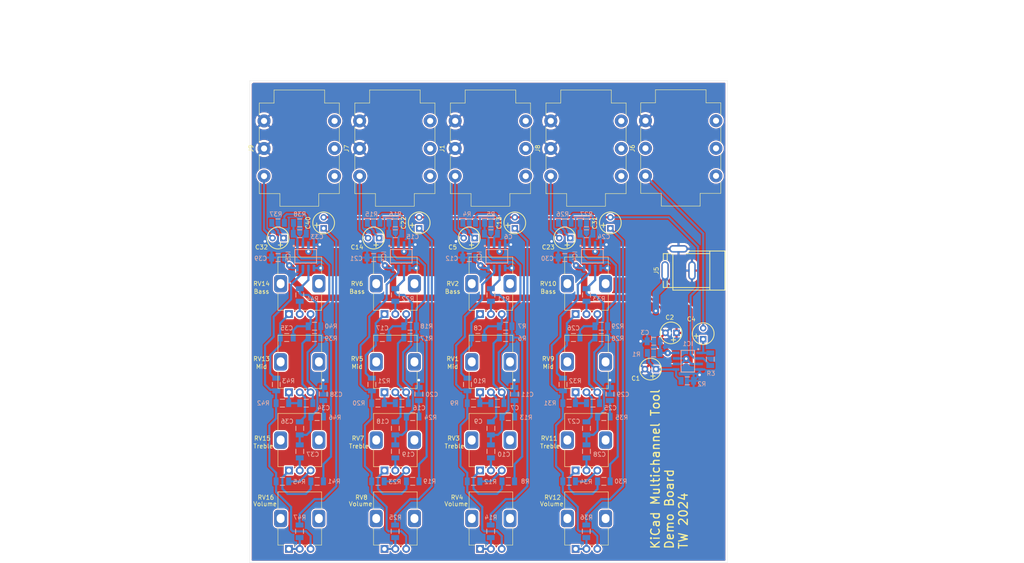
<source format=kicad_pcb>
(kicad_pcb (version 20241030) (generator "pcbnew") (generator_version "8.99")
  (layers (0 "F.Cu" signal) (2 "B.Cu" signal) (13 "F.Paste" user) (15 "B.Paste" user) (5 "F.SilkS" user) (7 "B.SilkS" user) (1 "F.Mask" user) (3 "B.Mask" user) (25 "Edge.Cuts" user) (39 "User.1" signal) (41 "User.2" signal) (43 "User.3" signal) (45 "User.4" signal) (47 "User.5" signal) (49 "User.6" signal) (51 "User.7" signal) (53 "User.8" signal) (55 "User.9" signal))
  (net 0 "")
  (net 1 "GND")
  (net 2 "Net-(IC1B-IN+)")
  (net 3 "vbias")
  (net 4 "+12V")
  (net 5 "Net-(IC1A-OUT)")
  (net 6 "Net-(C4-Pad2)")
  (net 7 "Net-(C5-Pad1)")
  (net 8 "Net-(C5-Pad2)")
  (net 9 "Net-(IC2A-OUT)")
  (net 10 "Net-(IC2A-IN-)")
  (net 11 "Net-(C7-Pad1)")
  (net 12 "Net-(C7-Pad2)")
  (net 13 "Net-(C8-Pad2)")
  (net 14 "Net-(C8-Pad1)")
  (net 15 "Net-(C9-Pad1)")
  (net 16 "Net-(IC2B-IN-)")
  (net 17 "Net-(C10-Pad1)")
  (net 18 "Net-(C11-Pad2)")
  (net 19 "Net-(C13-Pad1)")
  (net 20 "/CH1/OUT")
  (net 21 "Net-(C14-Pad2)")
  (net 22 "Net-(C14-Pad1)")
  (net 23 "Net-(IC3A-IN-)")
  (net 24 "Net-(IC3A-OUT)")
  (net 25 "Net-(C16-Pad1)")
  (net 26 "Net-(C16-Pad2)")
  (net 27 "Net-(C17-Pad2)")
  (net 28 "Net-(C17-Pad1)")
  (net 29 "Net-(C18-Pad1)")
  (net 30 "Net-(IC3B-IN-)")
  (net 31 "Net-(C19-Pad1)")
  (net 32 "Net-(C20-Pad2)")
  (net 33 "Net-(C22-Pad1)")
  (net 34 "Net-(C23-Pad1)")
  (net 35 "Net-(C23-Pad2)")
  (net 36 "Net-(IC4A-OUT)")
  (net 37 "Net-(IC4A-IN-)")
  (net 38 "Net-(C25-Pad2)")
  (net 39 "Net-(C25-Pad1)")
  (net 40 "Net-(C26-Pad1)")
  (net 41 "Net-(C26-Pad2)")
  (net 42 "Net-(C27-Pad1)")
  (net 43 "Net-(IC4B-IN-)")
  (net 44 "Net-(C28-Pad1)")
  (net 45 "Net-(C29-Pad2)")
  (net 46 "Net-(C31-Pad1)")
  (net 47 "Net-(C32-Pad2)")
  (net 48 "Net-(C32-Pad1)")
  (net 49 "Net-(IC5A-OUT)")
  (net 50 "Net-(IC5A-IN-)")
  (net 51 "Net-(C34-Pad1)")
  (net 52 "Net-(C34-Pad2)")
  (net 53 "Net-(C35-Pad1)")
  (net 54 "Net-(C35-Pad2)")
  (net 55 "Net-(C36-Pad1)")
  (net 56 "Net-(IC5B-IN-)")
  (net 57 "Net-(C37-Pad1)")
  (net 58 "Net-(C38-Pad2)")
  (net 59 "Net-(C40-Pad1)")
  (net 60 "Net-(IC2B-OUT)")
  (net 61 "Net-(IC3B-OUT)")
  (net 62 "Net-(IC4B-OUT)")
  (net 63 "Net-(IC5B-OUT)")
  (net 64 "Net-(R8-Pad1)")
  (net 65 "Net-(R11-Pad1)")
  (net 66 "Net-(R12-Pad2)")
  (net 67 "Net-(R14-Pad1)")
  (net 68 "Net-(R19-Pad1)")
  (net 69 "Net-(R22-Pad1)")
  (net 70 "Net-(R23-Pad2)")
  (net 71 "Net-(R25-Pad1)")
  (net 72 "Net-(R30-Pad1)")
  (net 73 "Net-(R33-Pad1)")
  (net 74 "Net-(R34-Pad2)")
  (net 75 "Net-(R36-Pad1)")
  (net 76 "Net-(R41-Pad1)")
  (net 77 "Net-(R44-Pad1)")
  (net 78 "Net-(R45-Pad2)")
  (net 79 "Net-(R47-Pad1)")
  (footprint "Miscellaneous THD:CLIFF_FC68148(DC-10A)" (layer "F.Cu") (at 191.285 87.385 90)
    (property "Reference" "J5")
    (property "Value" "Power" (hide yes))
  )
  (footprint "Potentiometer_THT:Potentiometer_Alps_RK09K_Single_Vertical" (layer "F.Cu") (at 120.5 115.4 90)
    (property "Reference" "RV5")
    (property "Value" "Mid")
  )
  (footprint "Capacitors THD:CAPPRB254-500X840" (layer "F.Cu") (at 181.73 110.06 180)
    (property "Reference" "C1")
    (property "Value" "CTEB_2.2UF_35V_10%_254-500X840" (hide yes))
  )
  (footprint "Connector_Audio:Jack_6.35mm_Neutrik_NMJ6HCD2_Horizontal" (layer "F.Cu") (at 92.785 65.635 90)
    (property "Reference" "J9")
    (property "Value" "CH1")
  )
  (footprint "Connector_Audio:Jack_6.35mm_Neutrik_NMJ6HCD2_Horizontal" (layer "F.Cu") (at 180.585 65.585 90)
    (property "Reference" "J6")
    (property "Value" "CH1")
  )
  (footprint "Potentiometer_THT:Potentiometer_Alps_RK09K_Single_Vertical" (layer "F.Cu") (at 98.5 115.4 90)
    (property "Reference" "RV13")
    (property "Value" "Mid")
  )
  (footprint "Potentiometer_THT:Potentiometer_Alps_RK09K_Single_Vertical" (layer "F.Cu") (at 98.5 97.4 90)
    (property "Reference" "RV14")
    (property "Value" "Bass")
  )
  (footprint "Potentiometer_THT:Potentiometer_Alps_RK09K_Single_Vertical" (layer "F.Cu") (at 164.5 97.4 90)
    (property "Reference" "RV10")
    (property "Value" "Bass")
  )
  (footprint "Capacitors THD:CAPPRB254-500X840" (layer "F.Cu") (at 186.46 101.73 180)
    (property "Reference" "C2")
    (property "Value" "CTEB_2.2UF_35V_10%_254-500X840" (hide yes))
  )
  (footprint "Connector_Audio:Jack_6.35mm_Neutrik_NMJ6HCD2_Horizontal" (layer "F.Cu") (at 114.785 65.635 90)
    (property "Reference" "J7")
    (property "Value" "CH1")
  )
  (footprint "Potentiometer_THT:Potentiometer_Alps_RK09K_Single_Vertical" (layer "F.Cu") (at 98.5 151.45 90)
    (property "Reference" "RV16")
    (property "Value" "Volume")
  )
  (footprint "Capacitors THD:CAPPRB254-500X840" (layer "F.Cu") (at 162 79.9 180)
    (property "Reference" "C23")
    (property "Value" "CTEB_2.2UF_35V_10%_254-500X840" (hide yes))
  )
  (footprint "Capacitors THD:CAPPRB254-500X840" (layer "F.Cu") (at 106.5 76.4 90)
    (property "Reference" "C40")
    (property "Value" "CTEB_2.2UF_35V_10%_254-500X840" (hide yes))
  )
  (footprint "Capacitors THD:CAPPRB254-500X840" (layer "F.Cu") (at 150.5 76.4 90)
    (property "Reference" "C13")
    (property "Value" "CTEB_2.2UF_35V_10%_254-500X840" (hide yes))
  )
  (footprint "Capacitors THD:CAPPRB254-500X840" (layer "F.Cu") (at 128.5 76.4 90)
    (property "Reference" "C22")
    (property "Value" "CTEB_2.2UF_35V_10%_254-500X840" (hide yes))
  )
  (footprint "Capacitors THD:CAPPRB254-500X840" (layer "F.Cu") (at 140 79.9 180)
    (property "Reference" "C5")
    (property "Value" "CTEB_2.2UF_35V_10%_254-500X840" (hide yes))
  )
  (footprint "Potentiometer_THT:Potentiometer_Alps_RK09K_Single_Vertical" (layer "F.Cu") (at 142.5 115.4 90)
    (property "Reference" "RV1")
    (property "Value" "Mid")
  )
  (footprint "Potentiometer_THT:Potentiometer_Alps_RK09K_Single_Vertical" (layer "F.Cu") (at 142.5 133.4 90)
    (property "Reference" "RV3")
    (property "Value" "Treble")
  )
  (footprint "Capacitors THD:CAPPRB254-500X840" (layer "F.Cu") (at 193.87 101.91 90)
    (property "Reference" "C4")
    (property "Value" "CTEB_2.2UF_35V_10%_254-500X840" (hide yes))
  )
  (footprint "Potentiometer_THT:Potentiometer_Alps_RK09K_Single_Vertical" (layer "F.Cu") (at 142.5 97.4 90)
    (property "Reference" "RV2")
    (property "Value" "Bass")
  )
  (footprint "Potentiometer_THT:Potentiometer_Alps_RK09K_Single_Vertical" (layer "F.Cu") (at 120.5 97.4 90)
    (property "Reference" "RV6")
    (property "Value" "Bass")
  )
  (footprint "Potentiometer_THT:Potentiometer_Alps_RK09K_Single_Vertical" (layer "F.Cu") (at 98.5 133.4 90)
    (property "Reference" "RV15")
    (property "Value" "Treble")
  )
  (footprint "Connector_Audio:Jack_6.35mm_Neutrik_NMJ6HCD2_Horizontal" (layer "F.Cu") (at 158.785 65.635 90)
    (property "Reference" "J8")
    (property "Value" "CH1")
  )
  (footprint "Capacitors THD:CAPPRB254-500X840" (layer "F.Cu") (at 118 79.9 180)
    (property "Reference" "C14")
    (property "Value" "CTEB_2.2UF_35V_10%_254-500X840" (hide yes))
  )
  (footprint "Connector_Audio:Jack_6.35mm_Neutrik_NMJ6HCD2_Horizontal" (layer "F.Cu") (at 136.785 65.635 90)
    (property "Reference" "J1")
    (property "Value" "CH1")
  )
  (footprint "Potentiometer_THT:Potentiometer_Alps_RK09K_Single_Vertical" (layer "F.Cu") (at 164.5 115.4 90)
    (property "Reference" "RV9")
    (property "Value" "Mid")
  )
  (footprint "Potentiometer_THT:Potentiometer_Alps_RK09K_Single_Vertical" (layer "F.Cu") (at 142.5 151.45 90)
    (property "Reference" "RV4")
    (property "Value" "Volume")
  )
  (footprint "Potentiometer_THT:Potentiometer_Alps_RK09K_Single_Vertical" (layer "F.Cu") (at 164.5 133.4 90)
    (property "Reference" "RV11")
    (property "Value" "Treble")
  )
  (footprint "Potentiometer_THT:Potentiometer_Alps_RK09K_Single_Vertical" (layer "F.Cu") (at 120.5 151.45 90)
    (property "Reference" "RV8")
    (property "Value" "Volume")
  )
  (footprint "Potentiometer_THT:Potentiometer_Alps_RK09K_Single_Vertical" (layer "F.Cu") (at 120.5 133.4 90)
    (property "Reference" "RV7")
    (property "Value" "Treble")
  )
  (footprint "Potentiometer_THT:Potentiometer_Alps_RK09K_Single_Vertical" (layer "F.Cu") (at 164.5 151.45 90)
    (property "Reference" "RV12")
    (property "Value" "Volume")
  )
  (footprint "Capacitors THD:CAPPRB254-500X840" (layer "F.Cu") (at 172.5 76.4 90)
    (property "Reference" "C31")
    (property "Value" "CTEB_2.2UF_35V_10%_254-500X840" (hide yes))
  )
  (footprint "Capacitors THD:CAPPRB254-500X840" (layer "F.Cu") (at 96 79.9 180)
    (property "Reference" "C32")
    (property "Value" "CTEB_2.2UF_35V_10%_254-500X840" (hide yes))
  )
  (footprint "Resistors SMD:RESC3216X65N" (layer "B.Cu") (at 104.4 102.8 180)
    (property "Reference" "R39")
    (property "Value" "R1206_10K_1%_0.25W_100PPM" (hide yes))
  )
  (footprint "Resistors SMD:RESC3216X65N" (layer "B.Cu") (at 163 135.9)
    (property "Reference" "R34")
    (property "Value" "R1206_10K_1%_0.25W_100PPM" (hide yes))
  )
  (footprint "Resistors SMD:RESC3216X65N" (layer "B.Cu") (at 144.95 147.4 90)
    (property "Reference" "R14")
    (property "Value" "R1206_10K_1%_0.25W_100PPM" (hide yes))
  )
  (footprint "Resistors SMD:RESC3216X65N" (layer "B.Cu") (at 123 76.4 180)
    (property "Reference" "R16")
    (property "Value" "R1206_10K_1%_0.25W_100PPM" (hide yes))
  )
  (footprint "Resistors SMD:RESC3216X65N" (layer "B.Cu") (at 105 135.9)
    (property "Reference" "R41")
    (property "Value" "R1206_10K_1%_0.25W_100PPM" (hide yes))
  )
  (footprint "ICs And Semiconductors SMD:SOIC127P600X175-8N" (layer "B.Cu") (at 190.335 108.24 180)
    (property "Reference" "IC1")
    (property "Value" "TL072CD" (hide yes))
  )
  (footprint "Resistors SMD:RESC3216X65N" (layer "B.Cu") (at 171 121 180)
    (property "Reference" "R35")
    (property "Value" "R1206_10K_1%_0.25W_100PPM" (hide yes))
  )
  (footprint "Resistors SMD:RESC3216X65N" (layer "B.Cu") (at 101 93 90)
    (property "Reference" "R44")
    (property "Value" "R1206_10K_1%_0.25W_100PPM" (hide yes))
  )
  (footprint "ICs And Semiconductors SMD:SOIC127P600X175-8N" (layer "B.Cu") (at 102.365 84.1 -90)
    (property "Reference" "IC5")
    (property "Value" "TL072CD" (hide yes))
  )
  (footprint "Resistors SMD:RESC3216X65N" (layer "B.Cu") (at 166.95 147.4 90)
    (property "Reference" "R36")
    (property "Value" "R1206_10K_1%_0.25W_100PPM" (hide yes))
  )
  (footprint "Resistors SMD:RESC3216X65N" (layer "B.Cu") (at 170.4 100.2 180)
    (property "Reference" "R29")
    (property "Value" "R1206_10K_1%_0.25W_100PPM" (hide yes))
  )
  (footprint "Resistors SMD:RESC3216X65N" (layer "B.Cu") (at 139.6 113.6 -90)
    (property "Reference" "R10")
    (property "Value" "R1206_10K_1%_0.25W_100PPM" (hide yes))
  )
  (footprint "Resistors SMD:RESC3216X65N" (layer "B.Cu") (at 167 76.4 180)
    (property "Reference" "R27")
    (property "Value" "R1206_10K_1%_0.25W_100PPM" (hide yes))
  )
  (footprint "Resistors SMD:RESC3216X65N" (layer "B.Cu") (at 119 135.9)
    (property "Reference" "R23")
    (property "Value" "R1206_10K_1%_0.25W_100PPM" (hide yes))
  )
  (footprint "Resistors SMD:RESC3216X65N" (layer "B.Cu") (at 170.4 102.8 180)
    (property "Reference" "R28")
    (property "Value" "R1206_10K_1%_0.25W_100PPM" (hide yes))
  )
  (footprint "Resistors SMD:RESC3216X65N" (layer "B.Cu") (at 101 76.4 180)
    (property "Reference" "R38")
    (property "Value" "R1206_10K_1%_0.25W_100PPM" (hide yes))
  )
  (footprint "Capacitors SMD:CAPC3216X140N" (layer "B.Cu") (at 145 123.7 -90)
    (property "Reference" "C9")
    (property "Value" "CC1206_100NF_50V_10%_X7R" (hide yes))
  )
  (footprint "Resistors SMD:RESC3216X65N" (layer "B.Cu") (at 105 121 180)
    (property "Reference" "R46")
    (property "Value" "R1206_10K_1%_0.25W_100PPM" (hide yes))
  )
  (footprint "Resistors SMD:RESC3216X65N" (layer "B.Cu") (at 140 76.4)
    (property "Reference" "R4")
    (property "Value" "R1206_10K_1%_0.25W_100PPM" (hide yes))
  )
  (footprint "Resistors SMD:RESC3216X65N" (layer "B.Cu") (at 195.5 107.79 90)
    (property "Reference" "R3")
    (property "Value" "R1206_10K_1%_0.25W_100PPM" (hide yes))
  )
  (footprint "Capacitors SMD:CAPC3216X140N" (layer "B.Cu") (at 146.5 117.9 180)
    (property "Reference" "C7")
    (property "Value" "CC1206_100NF_50V_10%_X7R" (hide yes))
  )
  (footprint "Capacitors SMD:CAPC3216X140N" (layer "B.Cu") (at 106.4 115.8 -90)
    (property "Reference" "C38")
    (property "Value" "CC1206_100NF_50V_10%_X7R" (hide yes))
  )
  (footprint "Resistors SMD:RESC3216X65N" (layer "B.Cu") (at 190.22 112.76 180)
    (property "Reference" "R2")
    (property "Value" "R1206_10K_1%_0.25W_100PPM" (hide yes))
  )
  (footprint "Capacitors SMD:CAPC3216X140N" (layer "B.Cu") (at 128.4 115.8 -90)
    (property "Reference" "C20")
    (property "Value" "CC1206_100NF_50V_10%_X7R" (hide yes))
  )
  (footprint "Resistors SMD:RESC3216X65N" (layer "B.Cu") (at 123 93 90)
    (property "Reference" "R22")
    (property "Value" "R1206_10K_1%_0.25W_100PPM" (hide yes))
  )
  (footprint "Capacitors SMD:CAPC3216X140N" (layer "B.Cu") (at 101 129 90)
    (property "Reference" "C37")
    (property "Value" "CC1206_100NF_50V_10%_X7R" (hide yes))
  )
  (footprint "Resistors SMD:RESC3216X65N" (layer "B.Cu") (at 149 121 180)
    (property "Reference" "R13")
    (property "Value" "R1206_10K_1%_0.25W_100PPM" (hide yes))
  )
  (footprint "Capacitors SMD:CAPC3216X140N" (layer "B.Cu") (at 118 84.4)
    (property "Reference" "C21")
    (property "Value" "CC1206_100NF_50V_10%_X7R" (hide yes))
  )
  (footprint "Resistors SMD:RESC3216X65N" (layer "B.Cu") (at 126.4 100.2 180)
    (property "Reference" "R18")
    (property "Value" "R1206_10K_1%_0.25W_100PPM" (hide yes))
  )
  (footprint "Capacitors SMD:CAPC3216X140N" (layer "B.Cu") (at 123 129 90)
    (property "Reference" "C19")
    (property "Value" "CC1206_100NF_50V_10%_X7R" (hide yes))
  )
  (footprint "Resistors SMD:RESC3216X65N" (layer "B.Cu") (at 126.4 102.8 180)
    (property "Reference" "R17")
    (property "Value" "R1206_10K_1%_0.25W_100PPM" (hide yes))
  )
  (footprint "Resistors SMD:RESC3216X65N" (layer "B.Cu") (at 182.46 106.335)
    (property "Reference" "R1")
    (property "Value" "R1206_10K_1%_0.25W_100PPM" (hide yes))
  )
  (footprint "Capacitors SMD:CAPC3216X140N" (layer "B.Cu") (at 102.5 117.9 180)
    (property "Reference" "C34")
    (property "Value" "CC1206_100NF_50V_10%_X7R" (hide yes))
  )
  (footprint "Resistors SMD:RESC3216X65N" (layer "B.Cu") (at 162 76.4)
    (property "Reference" "R26")
    (property "Value" "R1206_10K_1%_0.25W_100PPM" (hide yes))
  )
  (footprint "Resistors SMD:RESC3216X65N" (layer "B.Cu") (at 104.4 100.2 180)
    (property "Reference" "R40")
    (property "Value" "R1206_10K_1%_0.25W_100PPM" (hide yes))
  )
  (footprint "Capacitors SMD:CAPC3216X140N" (layer "B.Cu") (at 101 78.9 180)
    (property "Reference" "C33")
    (property "Value" "CC1206_100NF_50V_10%_X7R" (hide yes))
  )
  (footprint "Capacitors SMD:CAPC3216X140N" (layer "B.Cu") (at 123 78.9 180)
    (property "Reference" "C15")
    (property "Value" "CC1206_100NF_50V_10%_X7R" (hide yes))
  )
  (footprint "Resistors SMD:RESC3216X65N" (layer "B.Cu") (at 149 135.9)
    (property "Reference" "R8")
    (property "Value" "R1206_10K_1%_0.25W_100PPM" (hide yes))
  )
  (footprint "Capacitors SMD:CAPC3216X140N" (layer "B.Cu") (at 145 78.9 180)
    (property "Reference" "C6")
    (property "Value" "CC1206_100NF_50V_10%_X7R" (hide yes))
  )
  (footprint "Capacitors SMD:CAPC3216X140N" (layer "B.Cu") (at 168.5 117.9 180)
    (property "Reference" "C25")
    (property "Value" "CC1206_100NF_50V_10%_X7R" (hide yes))
  )
  (footprint "Resistors SMD:RESC3216X65N" (layer "B.Cu") (at 117.6 113.6 -90)
    (property "Reference" "R21")
    (property "Value" "R1206_10K_1%_0.25W_100PPM" (hide yes))
  )
  (footprint "Capacitors SMD:CAPC3216X140N" (layer "B.Cu") (at 98 102.8 180)
    (property "Reference" "C35")
    (property "Value" "CC1206_100NF_50V_10%_X7R" (hide yes))
  )
  (footprint "Resistors SMD:RESC3216X65N" (layer "B.Cu") (at 122.95 147.4 90)
    (property "Reference" "R25")
    (property "Value" "R1206_10K_1%_0.25W_100PPM" (hide yes))
  )
  (footprint "Capacitors SMD:CAPC3216X140N" (layer "B.Cu") (at 172.4 115.8 -90)
    (property "Reference" "C29")
    (property "Value" "CC1206_100NF_50V_10%_X7R" (hide yes))
  )
  (footprint "Resistors SMD:RESC3216X65N" (layer "B.Cu") (at 148.4 100.2 180)
    (property "Reference" "R7")
    (property "Value" "R1206_10K_1%_0.25W_100PPM" (hide yes))
  )
  (footprint "Resistors SMD:RESC3216X65N" (layer "B.Cu") (at 100.95 147.4 90)
    (property "Reference" "R47")
    (property "Value" "R1206_10K_1%_0.25W_100PPM" (hide yes))
  )
  (footprint "Capacitors SMD:CAPC3216X140N" (layer "B.Cu") (at 140 84.4)
    (property "Reference" "C12")
    (property "Value" "CC1206_100NF_50V_10%_X7R" (hide yes))
  )
  (footprint "Capacitors SMD:CAPC3216X140N" (layer "B.Cu") (at 123 123.7 -90)
    (property "Reference" "C18")
    (property "Value" "CC1206_100NF_50V_10%_X7R" (hide yes))
  )
  (footprint "Capacitors SMD:CAPC3216X140N" (layer "B.Cu") (at 124.5 117.9 180)
    (property "Reference" "C16")
    (property "Value" "CC1206_100NF_50V_10%_X7R" (hide yes))
  )
  (footprint "ICs And Semiconductors SMD:SOIC127P600X175-8N" (layer "B.Cu") (at 168.365 84.1 -90)
    (property "Reference" "IC4")
    (property "Value" "TL072CD" (hide yes))
  )
  (footprint "Capacitors SMD:CAPC3216X140N" (layer "B.Cu") (at 162 84.4)
    (property "Reference" "C30")
    (property "Value" "CC1206_100NF_50V_10%_X7R" (hide yes))
  )
  (footprint "ICs And Semiconductors SMD:SOIC127P600X175-8N" (layer "B.Cu") (at 146.365 84.1 -90)
    (property "Reference" "IC2")
    (property "Value" "TL072CD" (hide yes))
  )
  (footprint "Capacitors SMD:CAPC3216X140N" (layer "B.Cu") (at 167 123.7 -90)
    (property "Reference" "C27")
    (property "Value" "CC1206_100NF_50V_10%_X7R" (hide yes))
  )
  (footprint "Resistors SMD:RESC3216X65N" (layer "B.Cu") (at 163 117.9 180)
    (property "Reference" "R31")
    (property "Value" "R1206_10K_1%_0.25W_100PPM" (hide yes))
  )
  (footprint "Capacitors SMD:CAPC3216X140N" (layer "B.Cu") (at 164 102.8 180)
    (property "Reference" "C26")
    (property "Value" "CC1206_100NF_50V_10%_X7R" (hide yes))
  )
  (footprint "Resistors SMD:RESC3216X65N" (layer "B.Cu") (at 119 117.9 180)
    (property "Reference" "R20")
    (property "Value" "R1206_10K_1%_0.25W_100PPM" (hide yes))
  )
  (footprint "Resistors SMD:RESC3216X65N" (layer "B.Cu") (at 167 93 90)
    (property "Reference" "R33")
    (property "Value" "R1206_10K_1%_0.25W_100PPM" (hide yes))
  )
  (footprint "Capacitors SMD:CAPC3216X140N" (layer "B.Cu") (at 167 129 90)
    (property "Reference" "C28")
    (property "Value" "CC1206_100NF_50V_10%_X7R" (hide yes))
  )
  (footprint "Capacitors SMD:CAPC3216X140N" (layer "B.Cu") (at 120 102.8 180)
    (property "Reference" "C17")
    (property "Value" "CC1206_100NF_50V_10%_X7R" (hide yes))
  )
  (footprint "Resistors SMD:RESC3216X65N" (layer "B.Cu") (at 171 135.9)
    (property "Reference" "R30")
    (property "Value" "R1206_10K_1%_0.25W_100PPM" (hide yes))
  )
  (footprint "Resistors SMD:RESC3216X65N" (layer "B.Cu") (at 95.6 113.6 -90)
    (property "Reference" "R43")
    (property "Value" "R1206_10K_1%_0.25W_100PPM" (hide yes))
  )
  (footprint "Resistors SMD:RESC3216X65N" (layer "B.Cu") (at 148.4 102.8 180)
    (property "Reference" "R6")
    (property "Value" "R1206_10K_1%_0.25W_100PPM" (hide yes))
  )
  (footprint "Capacitors SMD:CAPC3216X140N" (layer "B.Cu") (at 142 102.8 180)
    (property "Reference" "C8")
    (property "Value" "CC1206_100NF_50V_10%_X7R" (hide yes))
  )
  (footprint "Resistors SMD:RESC3216X65N" (layer "B.Cu") (at 141 135.9)
    (property "Reference" "R12")
    (property "Value" "R1206_10K_1%_0.25W_100PPM" (hide yes))
  )
  (footprint "Resistors SMD:RESC3216X65N" (layer "B.Cu") (at 97 135.9)
    (property "Reference" "R45")
    (property "Value" "R1206_10K_1%_0.25W_100PPM" (hide yes))
  )
  (footprint "ICs And Semiconductors SMD:SOIC127P600X175-8N" (layer "B.Cu") (at 124.365 84.1 -90)
    (property "Reference" "IC3")
    (property "Value" "TL072CD" (hide yes))
  )
  (footprint "Resistors SMD:RESC3216X65N" (layer "B.Cu") (at 118 76.4)
    (property "Reference" "R15")
    (property "Value" "R1206_10K_1%_0.25W_100PPM" (hide yes))
  )
  (footprint "Resistors SMD:RESC3216X65N" (layer "B.Cu") (at 161.6 113.6 -90)
    (property "Reference" "R32")
    (property "Value" "R1206_10K_1%_0.25W_100PPM" (hide yes))
  )
  (footprint "Capacitors SMD:CAPC3216X140N" (layer "B.Cu") (at 96 84.4)
    (property "Reference" "C39")
    (property "Value" "CC1206_100NF_50V_10%_X7R" (hide yes))
  )
  (footprint "Resistors SMD:RESC3216X65N" (layer "B.Cu") (at 145 93 90)
    (property "Reference" "R11")
    (property "Value" "R1206_10K_1%_0.25W_100PPM" (hide yes))
  )
  (footprint "Capacitors SMD:CAPC3216X140N" (layer "B.Cu") (at 145 129 90)
    (property "Reference" "C10")
    (property "Value" "CC1206_100NF_50V_10%_X7R" (hide yes))
  )
  (footprint "Resistors SMD:RESC3216X65N" (layer "B.Cu") (at 145 76.4 180)
    (property "Reference" "R5")
    (property "Value" "R1206_10K_1%_0.25W_100PPM" (hide yes))
  )
  (footprint "Capacitors SMD:CAPC3216X140N" (layer "B.Cu") (at 101 123.7 -90)
    (property "Reference" "C36")
    (property "Value" "CC1206_100NF_50V_10%_X7R" (hide yes))
  )
  (footprint "Resistors SMD:RESC3216X65N" (layer "B.Cu") (at 97 117.9 180)
    (property "Reference" "R42")
    (property "Value" "R1206_10K_1%_0.25W_100PPM" (hide yes))
  )
  (footprint "Resistors SMD:RESC3216X65N" (layer "B.Cu") (at 96 76.4)
    (property "Reference" "R37")
    (property "Value" "R1206_10K_1%_0.25W_100PPM" (hide yes))
  )
  (footprint "Capacitors SMD:CAPC3216X140N" (layer "B.Cu") (at 167 78.9 180)
    (property "Reference" "C24")
    (property "Value" "CC1206_100NF_50V_10%_X7R" (hide yes))
  )
  (footprint "Capacitors SMD:CAPC3216X140N" (layer "B.Cu") (at 182.46 103.66)
    (property "Reference" "C3")
    (property "Value" "CC1206_100NF_50V_10%_X7R" (hide yes))
  )
  (footprint "Resistors SMD:RESC3216X65N" (layer "B.Cu") (at 141 117.9 180)
    (property "Reference" "R9")
    (property "Value" "R1206_10K_1%_0.25W_100PPM" (hide yes))
  )
  (footprint "Resistors SMD:RESC3216X65N" (layer "B.Cu") (at 127 121 180)
    (property "Reference" "R24")
    (property "Value" "R1206_10K_1%_0.25W_100PPM" (hide yes))
  )
  (footprint "Capacitors SMD:CAPC3216X140N" (layer "B.Cu") (at 150.4 115.8 -90)
    (property "Reference" "C11")
    (property "Value" "CC1206_100NF_50V_10%_X7R" (hide yes))
  )
  (footprint "Resistors SMD:RESC3216X65N" (layer "B.Cu") (at 127 135.9)
    (property "Reference" "R19")
    (property "Value" "R1206_10K_1%_0.25W_100PPM" (hide yes))
  )
  (gr_line (start 89.46 43.66) (end 199.46 43.66) (stroke (width 0.05)) (layer "Edge.Cuts"))
  (gr_line (start 199.46 43.66) (end 199.46 154.66) (stroke (width 0.05)) (layer "Edge.Cuts"))
  (gr_line (start 89.46 154.66) (end 89.46 43.66) (stroke (width 0.05)) (layer "Edge.Cuts"))
  (gr_line (start 199.46 154.66) (end 89.46 154.66) (stroke (width 0.05)) (layer "Edge.Cuts"))
  (gr_text "KiCad Multichannel Tool\nDemo Board\nTW 2024" (at 190.46 151.66 90) (layer "F.SilkS") (effects (font (size 2 2) (thickness 0.3) (bold yes)) (justify left bottom)))
  (via (at 172.4 112.6) (size 1.5) (drill 0.6) (layers "F.Cu" "B.Cu") (net 1))
  (via (at 136.96 80.66) (size 1.5) (drill 0.6) (layers "F.Cu" "B.Cu") (net 1))
  (via (at 171.6 81.4) (size 1.5) (drill 0.6) (layers "F.Cu" "B.Cu") (net 1))
  (via (at 106.4 112.6) (size 1.5) (drill 0.6) (layers "F.Cu" "B.Cu") (net 1))
  (via (at 158.96 80.66) (size 1.5) (drill 0.6) (layers "F.Cu" "B.Cu") (net 1))
  (via (at 179.46 103.66) (size 1.5) (drill 0.6) (layers "F.Cu" "B.Cu") (net 1))
  (via (at 114.96 80.66) (size 1.5) (drill 0.6) (layers "F.Cu" "B.Cu") (net 1))
  (via (at 92.96 80.66) (size 1.5) (drill 0.6) (layers "F.Cu" "B.Cu") (net 1))
  (via (at 193.035 111.395) (size 1.5) (drill 0.6) (layers "F.Cu" "B.Cu") (net 1))
  (via (at 127.6 81.4) (size 1.5) (drill 0.6) (layers "F.Cu" "B.Cu") (net 1))
  (via (at 149.6 81.4) (size 1.5) (drill 0.6) (layers "F.Cu" "B.Cu") (net 1))
  (via (at 150.4 112.6) (size 1.5) (drill 0.6) (layers "F.Cu" "B.Cu") (net 1))
  (via (at 128.4 112.6) (size 1.5) (drill 0.6) (layers "F.Cu" "B.Cu") (net 1))
  (via (at 105.6 81.4) (size 1.5) (drill 0.6) (layers "F.Cu" "B.Cu") (net 1))
  (segment (start 126.27 81.4) (end 127.2 81.4) (width 0.5) (layer "B.Cu") (net 1))
  (segment (start 160.5 84.4) (end 160.5 82.2) (width 0.5) (layer "B.Cu") (net 1))
  (segment (start 127.2 81.4) (end 127.6 81.4) (width 0.5) (layer "B.Cu") (net 1))
  (segment (start 138.5 84.4) (end 138.5 82.2) (width 0.5) (layer "B.Cu") (net 1))
  (segment (start 170.27 81.4) (end 171.2 81.4) (width 0.5) (layer "B.Cu") (net 1))
  (segment (start 106.4 114.3) (end 106.4 112.6) (width 0.5) (layer "B.Cu") (net 1))
  (segment (start 150.4 114.3) (end 150.4 112.6) (width 0.5) (layer "B.Cu") (net 1))
  (segment (start 160.5 82.2) (end 158.96 80.66) (width 0.5) (layer "B.Cu") (net 1))
  (segment (start 171.2 81.4) (end 171.6 81.4) (width 0.5) (layer "B.Cu") (net 1))
  (segment (start 172.4 114.3) (end 172.4 112.6) (width 0.5) (layer "B.Cu") (net 1))
  (segment (start 180.96 103.66) (end 179.46 103.66) (width 0.5) (layer "B.Cu") (net 1))
  (segment (start 94.5 82.2) (end 92.96 80.66) (width 0.5) (layer "B.Cu") (net 1))
  (segment (start 128.4 114.3) (end 128.4 112.6) (width 0.5) (layer "B.Cu") (net 1))
  (segment (start 116.5 82.2) (end 114.96 80.66) (width 0.5) (layer "B.Cu") (net 1))
  (segment (start 149.2 81.4) (end 149.6 81.4) (width 0.5) (layer "B.Cu") (net 1))
  (segment (start 138.5 82.2) (end 136.96 80.66) (width 0.5) (layer "B.Cu") (net 1))
  (segment (start 193.035 110.145) (end 193.035 111.395) (width 0.5) (layer "B.Cu") (net 1))
  (segment (start 116.5 84.4) (end 116.5 82.2) (width 0.5) (layer "B.Cu") (net 1))
  (segment (start 104.27 81.4) (end 105.2 81.4) (width 0.5) (layer "B.Cu") (net 1))
  (segment (start 105.2 81.4) (end 105.6 81.4) (width 0.5) (layer "B.Cu") (net 1))
  (segment (start 94.5 84.4) (end 94.5 82.2) (width 0.5) (layer "B.Cu") (net 1))
  (segment (start 193.035 111.395) (end 191.67 112.76) (width 0.5) (layer "B.Cu") (net 1))
  (segment (start 148.27 81.4) (end 149.2 81.4) (width 0.5) (layer "B.Cu") (net 1))
  (segment (start 182.995 110.145) (end 181.335 108.485) (width 0.5) (layer "B.Cu") (net 2))
  (segment (start 187.635 111.625) (end 188.77 112.76) (width 0.5) (layer "B.Cu") (net 2))
  (segment (start 181.335 108.485) (end 181.335 106.335) (width 0.5) (layer "B.Cu") (net 2))
  (segment (start 187.635 110.145) (end 182.995 110.145) (width 0.5) (layer "B.Cu") (net 2))
  (segment (start 187.635 110.145) (end 187.635 111.625) (width 0.5) (layer "B.Cu") (net 2))
  (via (at 127.8 86.8) (size 1.5) (drill 0.6) (layers "F.Cu" "B.Cu") (net 3))
  (via (at 105.8 86.8) (size 1.5) (drill 0.6) (layers "F.Cu" "B.Cu") (net 3))
  (via (at 147 83.000002) (size 1.5) (drill 0.6) (layers "F.Cu" "B.Cu") (net 3))
  (via (at 189.96 107.66) (size 1.5) (drill 0.6) (layers "F.Cu" "B.Cu") (net 3))
  (via (at 149.8 86.8) (size 1.5) (drill 0.6) (layers "F.Cu" "B.Cu") (net 3))
  (via (at 171.8 86.8) (size 1.5) (drill 0.6) (layers "F.Cu" "B.Cu") (net 3))
  (via (at 125 83.000002) (size 1.5) (drill 0.6) (layers "F.Cu" "B.Cu") (net 3))
  (via (at 169 83.000002) (size 1.5) (drill 0.6) (layers "F.Cu" "B.Cu") (net 3))
  (via (at 103 83.000002) (size 1.5) (drill 0.6) (layers "F.Cu" "B.Cu") (net 3))
  (segment (start 170.27 86.8) (end 171.8 86.8) (width 0.5) (layer "B.Cu") (net 3))
  (segment (start 193.035 108.875) (end 191.175 108.875) (width 0.5) (layer "B.Cu") (net 3))
  (segment (start 188.745 108.875) (end 189.96 107.66) (width 0.5) (layer "B.Cu") (net 3))
  (segment (start 104.27 86.8) (end 105.8 86.8) (width 0.5) (layer "B.Cu") (net 3))
  (segment (start 148.27 86.8) (end 149.8 86.8) (width 0.5) (layer "B.Cu") (net 3))
  (segment (start 103 81.4) (end 103 83.000002) (width 0.5) (layer "B.Cu") (net 3))
  (segment (start 191.175 108.875) (end 189.96 107.66) (width 0.5) (layer "B.Cu") (net 3))
  (segment (start 187.635 107.605) (end 189.905 107.605) (width 0.5) (layer "B.Cu") (net 3))
  (segment (start 187.635 108.875) (end 188.745 108.875) (width 0.5) (layer "B.Cu") (net 3))
  (segment (start 169 81.4) (end 169 83.000002) (width 0.5) (layer "B.Cu") (net 3))
  (segment (start 147 81.4) (end 147 83.000002) (width 0.5) (layer "B.Cu") (net 3))
  (segment (start 126.27 86.8) (end 127.8 86.8) (width 0.5) (layer "B.Cu") (net 3))
  (segment (start 189.905 107.605) (end 189.96 107.66) (width 0.5) (layer "B.Cu") (net 3))
  (segment (start 125 81.4) (end 125 83.000002) (width 0.5) (layer "B.Cu") (net 3))
  (segment (start 144.46 93.66) (end 166.46 93.66) (width 1.5) (layer "F.Cu") (net 4))
  (segment (start 122.46 88.06) (end 122.46 93.66) (width 1.5) (layer "F.Cu") (net 4))
  (segment (start 99.15 89.35) (end 103.46 93.66) (width 1.5) (layer "F.Cu") (net 4))
  (segment (start 179.96 93.66) (end 182.96 96.66) (width 1.5) (layer "F.Cu") (net 4))
  (segment (start 144.46 88.06) (end 144.46 93.66) (width 1.5) (layer "F.Cu") (net 4))
  (segment (start 120.6 86.2) (end 122.46 88.06) (width 1.5) (layer "F.Cu") (net 4))
  (segment (start 122.46 93.66) (end 144.46 93.66) (width 1.5) (layer "F.Cu") (net 4))
  (segment (start 166.46 93.66) (end 179.96 93.66) (width 1.5) (layer "F.Cu") (net 4))
  (segment (start 182.96 96.66) (end 182.96 103.61) (width 1.5) (layer "F.Cu") (net 4))
  (segment (start 99.15 86.75) (end 99.15 89.35) (width 1.5) (layer "F.Cu") (net 4))
  (segment (start 182.96 103.61) (end 185.71 106.36) (width 1.5) (layer "F.Cu") (net 4))
  (segment (start 98.6 86.2) (end 99.15 86.75) (width 1.5) (layer "F.Cu") (net 4))
  (segment (start 103.46 93.66) (end 122.46 93.66) (width 1.5) (layer "F.Cu") (net 4))
  (segment (start 166.46 88.06) (end 166.46 93.66) (width 1.5) (layer "F.Cu") (net 4))
  (segment (start 142.6 86.2) (end 144.46 88.06) (width 1.5) (layer "F.Cu") (net 4))
  (segment (start 164.6 86.2) (end 166.46 88.06) (width 1.5) (layer "F.Cu") (net 4))
  (via (at 120.6 86.2) (size 1.5) (drill 0.6) (layers "F.Cu" "B.Cu") (net 4))
  (via (at 142.6 86.2) (size 1.5) (drill 0.6) (layers "F.Cu" "B.Cu") (net 4))
  (via (at 182.96 96.66) (size 1.5) (drill 0.6) (layers "F.Cu" "B.Cu") (net 4))
  (via (at 98.6 86.2) (size 1.5) (drill 0.6) (layers "F.Cu" "B.Cu") (net 4))
  (via (at 164.6 86.2) (size 1.5) (drill 0.6) (layers "F.Cu" "B.Cu") (net 4))
  (via (at 185.71 106.36) (size 1.5) (drill 0.6) (layers "F.Cu" "B.Cu") (net 4))
  (segment (start 121.2 86.8) (end 122.46 86.8) (width 0.5) (layer "B.Cu") (net 4))
  (segment (start 97.5 84.4) (end 97.5 85.1) (width 0.5) (layer "B.Cu") (net 4))
  (segment (start 185.085 90.535) (end 185.085 87.385) (width 1.5) (layer "B.Cu") (net 4))
  (segment (start 163.5 84.4) (end 163.5 85.1) (width 0.5) (layer "B.Cu") (net 4))
  (segment (start 119.5 85.1) (end 121.2 86.8) (width 0.5) (layer "B.Cu") (net 4))
  (segment (start 183.96 103.66) (end 183.96 106.285) (width 0.5) (layer "B.Cu") (net 4))
  (segment (start 141.5 85.1) (end 143.2 86.8) (width 0.5) (layer "B.Cu") (net 4))
  (segment (start 119.5 84.4) (end 119.5 85.1) (width 0.5) (layer "B.Cu") (net 4))
  (segment (start 187.635 106.335) (end 185.735 106.335) (width 0.5) (layer "B.Cu") (net 4))
  (segment (start 143.2 86.8) (end 144.46 86.8) (width 0.5) (layer "B.Cu") (net 4))
  (segment (start 182.96 92.66) (end 185.085 90.535) (width 1.5) (layer "B.Cu") (net 4))
  (segment (start 184.235 106.335) (end 185.685 106.335) (width 0.5) (layer "B.Cu") (net 4))
  (segment (start 182.96 96.66) (end 182.96 92.66) (width 1.5) (layer "B.Cu") (net 4))
  (segment (start 97.5 85.1) (end 99.2 86.8) (width 0.5) (layer "B.Cu") (net 4))
  (segment (start 141.5 84.4) (end 141.5 85.1) (width 0.5) (layer "B.Cu") (net 4))
  (segment (start 183.96 106.285) (end 183.91 106.335) (width 0.5) (layer "B.Cu") (net 4))
  (segment (start 165.2 86.8) (end 166.46 86.8) (width 0.5) (layer "B.Cu") (net 4))
  (segment (start 185.735 106.335) (end 185.71 106.36) (width 0.5) (layer "B.Cu") (net 4))
  (segment (start 99.2 86.8) (end 100.46 86.8) (width 0.5) (layer "B.Cu") (net 4))
  (segment (start 163.5 85.1) (end 165.2 86.8) (width 0.5) (layer "B.Cu") (net 4))
  (segment (start 185.685 106.335) (end 185.71 106.36) (width 0.5) (layer "B.Cu") (net 4))
  (segment (start 193.85 106.335) (end 195.495 106.335) (width 0.5) (layer "B.Cu") (net 5))
  (segment (start 193.87 106.315) (end 193.85 106.335) (width 0.5) (layer "B.Cu") (net 5))
  (segment (start 193.035 106.335) (end 193.85 106.335) (width 0.5) (layer "B.Cu") (net 5))
  (segment (start 193.87 103.18) (end 193.87 106.315) (width 0.5) (layer "B.Cu") (net 5))
  (segment (start 195.495 106.335) (end 195.5 106.34) (width 0.5) (layer "B.Cu") (net 5))
  (segment (start 193.87 100.64) (end 193.87 78.87) (width 0.5) (layer "B.Cu") (net 6))
  (segment (start 193.87 78.87) (end 180.585 65.585) (width 0.5) (layer "B.Cu") (net 6))
  (segment (start 140 78.63) (end 140 78.2) (width 0.5) (layer "B.Cu") (net 7))
  (segment (start 141.27 79.9) (end 140 78.63) (width 0.5) (layer "B.Cu") (net 7))
  (segment (start 138.55 76.75) (end 140 78.2) (width 0.5) (layer "B.Cu") (net 7))
  (segment (start 138.55 76.4) (end 138.55 76.75) (width 0.5) (layer "B.Cu") (net 7))
  (segment (start 138.73 79.9) (end 136.77 77.94) (width 0.5) (layer "B.Cu") (net 8))
  (segment (start 136.77 77.94) (end 136.77 65.9) (width 0.5) (layer "B.Cu") (net 8))
  (segment (start 145.4 84.6) (end 150.2 84.6) (width 0.5) (layer "B.Cu") (net 9))
  (segment (start 151.8 86.2) (end 151.8 94.2) (width 0.5) (layer "B.Cu") (net 9))
  (segment (start 150.45 135.9) (end 150.45 131.95) (width 0.5) (layer "B.Cu") (net 9))
  (segment (start 150.2 84.6) (end 151.8 86.2) (width 0.5) (layer "B.Cu") (net 9))
  (segment (start 143.55 76.4) (end 143.55 78.85) (width 0.5) (layer "B.Cu") (net 9))
  (segment (start 151.8 94.2) (end 149.85 96.15) (width 0.5) (layer "B.Cu") (net 9))
  (segment (start 144.46 81.4) (end 144.46 79.86) (width 0.5) (layer "B.Cu") (net 9))
  (segment (start 150.45 131.95) (end 152.2 130.2) (width 0.5) (layer "B.Cu") (net 9))
  (segment (start 149.85 96.15) (end 149.85 100.2) (width 0.5) (layer "B.Cu") (net 9))
  (segment (start 144.46 83.66) (end 145.4 84.6) (width 0.5) (layer "B.Cu") (net 9))
  (segment (start 144.46 79.86) (end 143.5 78.9) (width 0.5) (layer "B.Cu") (net 9))
  (segment (start 144.46 81.4) (end 144.46 83.66) (width 0.5) (layer "B.Cu") (net 9))
  (segment (start 151.2 102.8) (end 149.85 102.8) (width 0.5) (layer "B.Cu") (net 9))
  (segment (start 149.85 102.8) (end 149.85 100.2) (width 0.5) (layer "B.Cu") (net 9))
  (segment (start 152.2 130.2) (end 152.2 103.8) (width 0.5) (layer "B.Cu") (net 9))
  (segment (start 143.55 78.85) (end 143.5 78.9) (width 0.5) (layer "B.Cu") (net 9))
  (segment (start 152.2 103.8) (end 151.2 102.8) (width 0.5) (layer "B.Cu") (net 9))
  (segment (start 141.45 74.95) (end 142 74.4) (width 0.5) (layer "B.Cu") (net 10))
  (segment (start 145.73 79.67) (end 146.5 78.9) (width 0.5) (layer "B.Cu") (net 10))
  (segment (start 146.45 74.85) (end 146.45 76.4) (width 0.5) (layer "B.Cu") (net 10))
  (segment (start 145.73 81.4) (end 145.73 79.67) (width 0.5) (layer "B.Cu") (net 10))
  (segment (start 141.45 76.4) (end 141.45 74.95) (width 0.5) (layer "B.Cu") (net 10))
  (segment (start 146.45 76.4) (end 146.45 78.85) (width 0.5) (layer "B.Cu") (net 10))
  (segment (start 142 74.4) (end 146 74.4) (width 0.5) (layer "B.Cu") (net 10))
  (segment (start 146.45 78.85) (end 146.5 78.9) (width 0.5) (layer "B.Cu") (net 10))
  (segment (start 146 74.4) (end 146.45 74.85) (width 0.5) (layer "B.Cu") (net 10))
  (segment (start 147.5 115.4) (end 145.6 113.5) (width 0.5) (layer "B.Cu") (net 11))
  (segment (start 145.6 104.15) (end 146.95 102.8) (width 0.5) (layer "B.Cu") (net 11))
  (segment (start 148 117.9) (end 148 115.9) (width 0.5) (layer "B.Cu") (net 11))
  (segment (start 148 115.9) (end 147.5 115.4) (width 0.5) (layer "B.Cu") (net 11))
  (segment (start 145.6 113.5) (end 145.6 104.15) (width 0.5) (layer "B.Cu") (net 11))
  (segment (start 142.5 117.85) (end 142.45 117.9) (width 0.5) (layer "B.Cu") (net 12))
  (segment (start 142.5 115.4) (end 142.5 117.85) (width 0.5) (layer "B.Cu") (net 12))
  (segment (start 142.45 117.9) (end 145 117.9) (width 0.5) (layer "B.Cu") (net 12))
  (segment (start 142.5 97.4) (end 142.5 97.5) (width 0.5) (layer "B.Cu") (net 13))
  (segment (start 139.35 112.15) (end 138.2 111) (width 0.5) (layer "B.Cu") (net 13))
  (segment (start 140.5 104.55) (end 140.5 102.8) (width 0.5) (layer "B.Cu") (net 13))
  (segment (start 142.5 97.5) (end 140.5 99.5) (width 0.5) (layer "B.Cu") (net 13))
  (segment (start 139.6 112.15) (end 139.35 112.15) (width 0.5) (layer "B.Cu") (net 13))
  (segment (start 140.5 99.5) (end 140.5 102.8) (width 0.5) (layer "B.Cu") (net 13))
  (segment (start 138.2 111) (end 138.2 106.85) (width 0.5) (layer "B.Cu") (net 13))
  (segment (start 138.2 106.85) (end 140.5 104.55) (width 0.5) (layer "B.Cu") (net 13))
  (segment (start 147.5 97.4) (end 147.5 99.65) (width 0.5) (layer "B.Cu") (net 14))
  (segment (start 143.5 101.1) (end 143.5 102.8) (width 0.5) (layer "B.Cu") (net 14))
  (segment (start 146.95 100.2) (end 144.4 100.2) (width 0.5) (layer "B.Cu") (net 14))
  (segment (start 147.5 99.65) (end 146.95 100.2) (width 0.5) (layer "B.Cu") (net 14))
  (segment (start 144.4 100.2) (end 143.5 101.1) (width 0.5) (layer "B.Cu") (net 14))
  (segment (start 146.2 121) (end 145 122.2) (width 0.5) (layer "B.Cu") (net 15))
  (segment (start 145 115.4) (end 146.2 116.6) (width 0.5) (layer "B.Cu") (net 15))
  (segment (start 146.2 116.6) (end 146.2 121) (width 0.5) (layer "B.Cu") (net 15))
  (segment (start 145 91.55) (end 145 92.6) (width 0.5) (layer "B.Cu") (net 16))
  (segment (start 147 93) (end 148.85 94.85) (width 0.5) (layer "B.Cu") (net 16))
  (segment (start 148.85 98.85) (end 148.6 99.1) (width 0.5) (layer "B.Cu") (net 16))
  (segment (start 148.6 104.4) (end 146.8 106.2) (width 0.5) (layer "B.Cu") (net 16))
  (segment (start 146.6 125.2) (end 147.55 124.25) (width 0.5) (layer "B.Cu") (net 16))
  (segment (start 146.8 112.790811) (end 149.05 115.040811) (width 0.5) (layer "B.Cu") (net 16))
  (segment (start 149.05 115.040811) (end 149.05 119.5) (width 0.5) (layer "B.Cu") (net 16))
  (segment (start 145 127.5) (end 145 125.2) (width 0.5) (layer "B.Cu") (net 16))
  (segment (start 146.8 106.2) (end 146.8 112.790811) (width 0.5) (layer "B.Cu") (net 16))
  (segment (start 148.6 99.1) (end 148.6 104.4) (width 0.5) (layer "B.Cu") (net 16))
  (segment (start 149.05 119.5) (end 147.55 121) (width 0.5) (layer "B.Cu") (net 16))
  (segment (start 145 92.6) (end 145.4 93) (width 0.5) (layer "B.Cu") (net 16))
  (segment (start 145.4 93) (end 147 93) (width 0.5) (layer "B.Cu") (net 16))
  (segment (start 147 86.8) (end 147 89.55) (width 0.5) (layer "B.Cu") (net 16))
  (segment (start 145 125.2) (end 146.6 125.2) (width 0.5) (layer "B.Cu") (net 16))
  (segment (start 147.55 124.25) (end 147.55 121) (width 0.5) (layer "B.Cu") (net 16))
  (segment (start 147 89.55) (end 145 91.55) (width 0.5) (layer "B.Cu") (net 16))
  (segment (start 148.85 94.85) (end 148.85 98.85) (width 0.5) (layer "B.Cu") (net 16))
  (segment (start 145 133.4) (end 145 130.5) (width 0.5) (layer "B.Cu") (net 17))
  (segment (start 150.4 117.3) (end 150.4 120.95) (width 0.5) (layer "B.Cu") (net 18))
  (segment (start 150.4 120.95) (end 150.45 121) (width 0.5) (layer "B.Cu") (net 18))
  (segment (start 153.4 137) (end 153.4 80.57) (width 0.5) (layer "B.Cu") (net 19))
  (segment (start 144.95 145.95) (end 144.95 143.45) (width 0.5) (layer "B.Cu") (net 19))
  (segment (start 153.4 80.57) (end 150.5 77.67) (width 0.5) (layer "B.Cu") (net 19))
  (segment (start 148.4 140) (end 150.4 140) (width 0.5) (layer "B.Cu") (net 19))
  (segment (start 150.4 140) (end 153.4 137) (width 0.5) (layer "B.Cu") (net 19))
  (segment (start 144.95 143.45) (end 148.4 140) (width 0.5) (layer "B.Cu") (net 19))
  (segment (start 172.5 75.13) (end 106.5 75.13) (width 0.5) (layer "F.Cu") (net 20))
  (segment (start 193.035 107.605) (end 193.865 107.605) (width 0.5) (layer "B.Cu") (net 20))
  (segment (start 192.685 81.885) (end 185.93 75.13) (width 0.5) (layer "B.Cu") (net 20))
  (segment (start 193.865 107.605) (end 195.5 109.24) (width 0.5) (layer "B.Cu") (net 20))
  (segment (start 193.035 107.605) (end 191.905 107.605) (width 0.5) (layer "B.Cu") (net 20))
  (segment (start 190.96 93.16) (end 192.685 91.435) (width 0.5) (layer "B.Cu") (net 20))
  (segment (start 192.685 91.435) (end 192.685 81.885) (width 0.5) (layer "B.Cu") (net 20))
  (segment (start 191.905 107.605) (end 190.96 106.66) (width 0.5) (layer "B.Cu") (net 20))
  (segment (start 190.96 106.66) (end 190.96 93.16) (width 0.5) (layer "B.Cu") (net 20))
  (segment (start 185.93 75.13) (end 172.5 75.13) (width 0.5) (layer "B.Cu") (net 20))
  (segment (start 116.73 79.9) (end 114.77 77.94) (width 0.5) (layer "B.Cu") (net 21))
  (segment (start 114.77 77.94) (end 114.77 65.9) (width 0.5) (layer "B.Cu") (net 21))
  (segment (start 118 78.63) (end 118 78.2) (width 0.5) (layer "B.Cu") (net 22))
  (segment (start 116.55 76.4) (end 116.55 76.75) (width 0.5) (layer "B.Cu") (net 22))
  (segment (start 119.27 79.9) (end 118 78.63) (width 0.5) (layer "B.Cu") (net 22))
  (segment (start 116.55 76.75) (end 118 78.2) (width 0.5) (layer "B.Cu") (net 22))
  (segment (start 124 74.4) (end 124.45 74.85) (width 0.5) (layer "B.Cu") (net 23))
  (segment (start 119.45 74.95) (end 120 74.4) (width 0.5) (layer "B.Cu") (net 23))
  (segment (start 124.45 78.85) (end 124.5 78.9) (width 0.5) (layer "B.Cu") (net 23))
  (segment (start 124.45 74.85) (end 124.45 76.4) (width 0.5) (layer "B.Cu") (net 23))
  (segment (start 123.73 81.4) (end 123.73 79.67) (width 0.5) (layer "B.Cu") (net 23))
  (segment (start 119.45 76.4) (end 119.45 74.95) (width 0.5) (layer "B.Cu") (net 23))
  (segment (start 124.45 76.4) (end 124.45 78.85) (width 0.5) (layer "B.Cu") (net 23))
  (segment (start 120 74.4) (end 124 74.4) (width 0.5) (layer "B.Cu") (net 23))
  (segment (start 123.73 79.67) (end 124.5 78.9) (width 0.5) (layer "B.Cu") (net 23))
  (segment (start 121.55 78.85) (end 121.5 78.9) (width 0.5) (layer "B.Cu") (net 24))
  (segment (start 127.85 102.8) (end 127.85 100.2) (width 0.5) (layer "B.Cu") (net 24))
  (segment (start 129.8 86.2) (end 129.8 94.2) (width 0.5) (layer "B.Cu") (net 24))
  (segment (start 129.8 94.2) (end 127.85 96.15) (width 0.5) (layer "B.Cu") (net 24))
  (segment (start 127.85 96.15) (end 127.85 100.2) (width 0.5) (layer "B.Cu") (net 24))
  (segment (start 129.2 102.8) (end 127.85 102.8) (width 0.5) (layer "B.Cu") (net 24))
  (segment (start 121.55 76.4) (end 121.55 78.85) (width 0.5) (layer "B.Cu") (net 24))
  (segment (start 122.46 83.66) (end 123.4 84.6) (width 0.5) (layer "B.Cu") (net 24))
  (segment (start 122.46 79.86) (end 121.5 78.9) (width 0.5) (layer "B.Cu") (net 24))
  (segment (start 122.46 81.4) (end 122.46 79.86) (width 0.5) (layer "B.Cu") (net 24))
  (segment (start 130.2 130.2) (end 130.2 103.8) (width 0.5) (layer "B.Cu") (net 24))
  (segment (start 128.2 84.6) (end 129.8 86.2) (width 0.5) (layer "B.Cu") (net 24))
  (segment (start 128.45 131.95) (end 130.2 130.2) (width 0.5) (layer "B.Cu") (net 24))
  (segment (start 123.4 84.6) (end 128.2 84.6) (width 0.5) (layer "B.Cu") (net 24))
  (segment (start 122.46 81.4) (end 122.46 83.66) (width 0.5) (layer "B.Cu") (net 24))
  (segment (start 128.45 135.9) (end 128.45 131.95) (width 0.5) (layer "B.Cu") (net 24))
  (segment (start 130.2 103.8) (end 129.2 102.8) (width 0.5) (layer "B.Cu") (net 24))
  (segment (start 125.5 115.4) (end 123.6 113.5) (width 0.5) (layer "B.Cu") (net 25))
  (segment (start 123.6 113.5) (end 123.6 104.15) (width 0.5) (layer "B.Cu") (net 25))
  (segment (start 123.6 104.15) (end 124.95 102.8) (width 0.5) (layer "B.Cu") (net 25))
  (segment (start 126 115.9) (end 125.5 115.4) (width 0.5) (layer "B.Cu") (net 25))
  (segment (start 126 117.9) (end 126 115.9) (width 0.5) (layer "B.Cu") (net 25))
  (segment (start 120.5 117.85) (end 120.45 117.9) (width 0.5) (layer "B.Cu") (net 26))
  (segment (start 120.5 115.4) (end 120.5 117.85) (width 0.5) (layer "B.Cu") (net 26))
  (segment (start 120.45 117.9) (end 123 117.9) (width 0.5) (layer "B.Cu") (net 26))
  (segment (start 116.2 106.85) (end 118.5 104.55) (width 0.5) (layer "B.Cu") (net 27))
  (segment (start 118.5 104.55) (end 118.5 102.8) (width 0.5) (layer "B.Cu") (net 27))
  (segment (start 120.5 97.4) (end 120.5 97.5) (width 0.5) (layer "B.Cu") (net 27))
  (segment (start 116.2 111) (end 116.2 106.85) (width 0.5) (layer "B.Cu") (net 27))
  (segment (start 120.5 97.5) (end 118.5 99.5) (width 0.5) (layer "B.Cu") (net 27))
  (segment (start 118.5 99.5) (end 118.5 102.8) (width 0.5) (layer "B.Cu") (net 27))
  (segment (start 117.6 112.15) (end 117.35 112.15) (width 0.5) (layer "B.Cu") (net 27))
  (segment (start 117.35 112.15) (end 116.2 111) (width 0.5) (layer "B.Cu") (net 27))
  (segment (start 121.5 101.1) (end 121.5 102.8) (width 0.5) (layer "B.Cu") (net 28))
  (segment (start 125.5 99.65) (end 124.95 100.2) (width 0.5) (layer "B.Cu") (net 28))
  (segment (start 122.4 100.2) (end 121.5 101.1) (width 0.5) (layer "B.Cu") (net 28))
  (segment (start 125.5 97.4) (end 125.5 99.65) (width 0.5) (layer "B.Cu") (net 28))
  (segment (start 124.95 100.2) (end 122.4 100.2) (width 0.5) (layer "B.Cu") (net 28))
  (segment (start 123 115.4) (end 124.2 116.6) (width 0.5) (layer "B.Cu") (net 29))
  (segment (start 124.2 121) (end 123 122.2) (width 0.5) (layer "B.Cu") (net 29))
  (segment (start 124.2 116.6) (end 124.2 121) (width 0.5) (layer "B.Cu") (net 29))
  (segment (start 127.05 119.5) (end 125.55 121) (width 0.5) (layer "B.Cu") (net 30))
  (segment (start 124.8 106.2) (end 124.8 112.790811) (width 0.5) (layer "B.Cu") (net 30))
  (segment (start 125 89.55) (end 123 91.55) (width 0.5) (layer "B.Cu") (net 30))
  (segment (start 126.85 98.85) (end 126.6 99.1) (width 0.5) (layer "B.Cu") (net 30))
  (segment (start 125 93) (end 126.85 94.85) (width 0.5) (layer "B.Cu") (net 30))
  (segment (start 123 91.55) (end 123 92.6) (width 0.5) (layer "B.Cu") (net 30))
  (segment (start 127.05 115.040811) (end 127.05 119.5) (width 0.5) (layer "B.Cu") (net 30))
  (segment (start 126.6 104.4) (end 124.8 106.2) (width 0.5) (layer "B.Cu") (net 30))
  (segment (start 126.6 99.1) (end 126.6 104.4) (width 0.5) (layer "B.Cu") (net 30))
  (segment (start 124.6 125.2) (end 125.55 124.25) (width 0.5) (layer "B.Cu") (net 30))
  (segment (start 125 86.8) (end 125 89.55) (width 0.5) (layer "B.Cu") (net 30))
  (segment (start 125.55 124.25) (end 125.55 121) (width 0.5) (layer "B.Cu") (net 30))
  (segment (start 123.4 93) (end 125 93) (width 0.5) (layer "B.Cu") (net 30))
  (segment (start 123 125.2) (end 124.6 125.2) (width 0.5) (layer "B.Cu") (net 30))
  (segment (start 123 92.6) (end 123.4 93) (width 0.5) (layer "B.Cu") (net 30))
  (segment (start 123 127.5) (end 123 125.2) (width 0.5) (layer "B.Cu") (net 30))
  (segment (start 124.8 112.790811) (end 127.05 115.040811) (width 0.5) (layer "B.Cu") (net 30))
  (segment (start 126.85 94.85) (end 126.85 98.85) (width 0.5) (layer "B.Cu") (net 30))
  (segment (start 123 133.4) (end 123 130.5) (width 0.5) (layer "B.Cu") (net 31))
  (segment (start 128.4 120.95) (end 128.45 121) (width 0.5) (layer "B.Cu") (net 32))
  (segment (start 128.4 117.3) (end 128.4 120.95) (width 0.5) (layer "B.Cu") (net 32))
  (segment (start 122.95 143.45) (end 126.4 140) (width 0.5) (layer "B.Cu") (net 33))
  (segment (start 131.4 137) (end 131.4 80.57) (width 0.5) (layer "B.Cu") (net 33))
  (segment (start 131.4 80.57) (end 128.5 77.67) (width 0.5) (layer "B.Cu") (net 33))
  (segment (start 122.95 145.95) (end 122.95 143.45) (width 0.5) (layer "B.Cu") (net 33))
  (segment (start 126.4 140) (end 128.4 140) (width 0.5) (layer "B.Cu") (net 33))
  (segment (start 128.4 140) (end 131.4 137) (width 0.5) (layer "B.Cu") (net 33))
  (segment (start 160.55 76.4) (end 160.55 76.75) (width 0.5) (layer "B.Cu") (net 34))
  (segment (start 163.27 79.9) (end 162 78.63) (width 0.5) (layer "B.Cu") (net 34))
  (segment (start 162 78.63) (end 162 78.2) (width 0.5) (layer "B.Cu") (net 34))
  (segment (start 160.55 76.75) (end 162 78.2) (width 0.5) (layer "B.Cu") (net 34))
  (segment (start 158.77 77.94) (end 158.77 65.9) (width 0.5) (layer "B.Cu") (net 35))
  (segment (start 160.73 79.9) (end 158.77 77.94) (width 0.5) (layer "B.Cu") (net 35))
  (segment (start 166.46 81.4) (end 166.46 79.86) (width 0.5) (layer "B.Cu") (net 36))
  (segment (start 172.2 84.6) (end 173.8 86.2) (width 0.5) (layer "B.Cu") (net 36))
  (segment (start 166.46 81.4) (end 166.46 83.66) (width 0.5) (layer "B.Cu") (net 36))
  (segment (start 172.45 131.95) (end 174.2 130.2) (width 0.5) (layer "B.Cu") (net 36))
  (segment (start 165.55 78.85) (end 165.5 78.9) (width 0.5) (layer "B.Cu") (net 36))
  (segment (start 174.2 103.8) (end 173.2 102.8) (width 0.5) (layer "B.Cu") (net 36))
  (segment (start 171.85 96.15) (end 171.85 100.2) (width 0.5) (layer "B.Cu") (net 36))
  (segment (start 173.2 102.8) (end 171.85 102.8) (width 0.5) (layer "B.Cu") (net 36))
  (segment (start 166.46 83.66) (end 167.4 84.6) (width 0.5) (layer "B.Cu") (net 36))
  (segment (start 173.8 94.2) (end 171.85 96.15) (width 0.5) (layer "B.Cu") (net 36))
  (segment (start 165.55 76.4) (end 165.55 78.85) (width 0.5) (layer "B.Cu") (net 36))
  (segment (start 167.4 84.6) (end 172.2 84.6) (width 0.5) (layer "B.Cu") (net 36))
  (segment (start 174.2 130.2) (end 174.2 103.8) (width 0.5) (layer "B.Cu") (net 36))
  (segment (start 171.85 102.8) (end 171.85 100.2) (width 0.5) (layer "B.Cu") (net 36))
  (segment (start 172.45 135.9) (end 172.45 131.95) (width 0.5) (layer "B.Cu") (net 36))
  (segment (start 173.8 86.2) (end 173.8 94.2) (width 0.5) (layer "B.Cu") (net 36))
  (segment (start 166.46 79.86) (end 165.5 78.9) (width 0.5) (layer "B.Cu") (net 36))
  (segment (start 168.45 78.85) (end 168.5 78.9) (width 0.5) (layer "B.Cu") (net 37))
  (segment (start 163.45 74.95) (end 164 74.4) (width 0.5) (layer "B.Cu") (net 37))
  (segment (start 168.45 74.85) (end 168.45 76.4) (width 0.5) (layer "B.Cu") (net 37))
  (segment (start 163.45 76.4) (end 163.45 74.95) (width 0.5) (layer "B.Cu") (net 37))
  (segment (start 164 74.4) (end 168 74.4) (width 0.5) (layer "B.Cu") (net 37))
  (segment (start 167.73 81.4) (end 167.73 79.67) (width 0.5) (layer "B.Cu") (net 37))
  (segment (start 167.73 79.67) (end 168.5 78.9) (width 0.5) (layer "B.Cu") (net 37))
  (segment (start 168 74.4) (end 168.45 74.85) (width 0.5) (layer "B.Cu") (net 37))
  (segment (start 168.45 76.4) (end 168.45 78.85) (width 0.5) (layer "B.Cu") (net 37))
  (segment (start 164.5 115.4) (end 164.5 117.85) (width 0.5) (layer "B.Cu") (net 38))
  (segment (start 164.5 117.85) (end 164.45 117.9) (width 0.5) (layer "B.Cu") (net 38))
  (segment (start 164.45 117.9) (end 167 117.9) (width 0.5) (layer "B.Cu") (net 38))
  (segment (start 167.6 104.15) (end 168.95 102.8) (width 0.5) (layer "B.Cu") (net 39))
  (segment (start 169.5 115.4) (end 167.6 113.5) (width 0.5) (layer "B.Cu") (net 39))
  (segment (start 167.6 113.5) (end 167.6 104.15) (width 0.5) (layer "B.Cu") (net 39))
  (segment (start 170 117.9) (end 170 115.9) (width 0.5) (layer "B.Cu") (net 39))
  (segment (start 170 115.9) (end 169.5 115.4) (width 0.5) (layer "B.Cu") (net 39))
  (segment (start 169.5 97.4) (end 169.5 99.65) (width 0.5) (layer "B.Cu") (net 40))
  (segment (start 166.4 100.2) (end 165.5 101.1) (width 0.5) (layer "B.Cu") (net 40))
  (segment (start 165.5 101.1) (end 165.5 102.8) (width 0.5) (layer "B.Cu") (net 40))
  (segment (start 169.5 99.65) (end 168.95 100.2) (width 0.5) (layer "B.Cu") (net 40))
  (segment (start 168.95 100.2) (end 166.4 100.2) (width 0.5) (layer "B.Cu") (net 40))
  (segment (start 161.6 112.15) (end 161.35 112.15) (width 0.5) (layer "B.Cu") (net 41))
  (segment (start 164.5 97.5) (end 162.5 99.5) (width 0.5) (layer "B.Cu") (net 41))
  (segment (start 161.35 112.15) (end 160.2 111) (width 0.5) (layer "B.Cu") (net 41))
  (segment (start 160.2 106.85) (end 162.5 104.55) (width 0.5) (layer "B.Cu") (net 41))
  (segment (start 164.5 97.4) (end 164.5 97.5) (width 0.5) (layer "B.Cu") (net 41))
  (segment (start 162.5 99.5) (end 162.5 102.8) (width 0.5) (layer "B.Cu") (net 41))
  (segment (start 162.5 104.55) (end 162.5 102.8) (width 0.5) (layer "B.Cu") (net 41))
  (segment (start 160.2 111) (end 160.2 106.85) (width 0.5) (layer "B.Cu") (net 41))
  (segment (start 167 115.4) (end 168.2 116.6) (width 0.5) (layer "B.Cu") (net 42))
  (segment (start 168.2 121) (end 167 122.2) (width 0.5) (layer "B.Cu") (net 42))
  (segment (start 168.2 116.6) (end 168.2 121) (width 0.5) (layer "B.Cu") (net 42))
  (segment (start 169 89.55) (end 167 91.55) (width 0.5) (layer "B.Cu") (net 43))
  (segment (start 168.8 112.790811) (end 171.05 115.040811) (width 0.5) (layer "B.Cu") (net 43))
  (segment (start 167 127.5) (end 167 125.2) (width 0.5) (layer "B.Cu") (net 43))
  (segment (start 168.8 106.2) (end 168.8 112.790811) (width 0.5) (layer "B.Cu") (net 43))
  (segment (start 168.6 125.2) (end 169.55 124.25) (width 0.5) (layer "B.Cu") (net 43))
  (segment (start 171.05 115.040811) (end 171.05 119.5) (width 0.5) (layer "B.Cu") (net 43))
  (segment (start 170.6 104.4) (end 168.8 106.2) (width 0.5) (layer "B.Cu") (net 43))
  (segment (start 169 86.8) (end 169 89.55) (width 0.5) (layer "B.Cu") (net 43))
  (segment (start 169 93) (end 170.85 94.85) (width 0.5) (layer "B.Cu") (net 43))
  (segment (start 167 92.6) (end 167.4 93) (width 0.5) (layer "B.Cu") (net 43))
  (segment (start 171.05 119.5) (end 169.55 121) (width 0.5) (layer "B.Cu") (net 43))
  (segment (start 167 91.55) (end 167 92.6) (width 0.5) (layer "B.Cu") (net 43))
  (segment (start 170.6 99.1) (end 170.6 104.4) (width 0.5) (layer "B.Cu") (net 43))
  (segment (start 167 125.2) (end 168.6 125.2) (width 0.5) (layer "B.Cu") (net 43))
  (segment (start 170.85 94.85) (end 170.85 98.85) (width 0.5) (layer "B.Cu") (net 43))
  (segment (start 169.55 124.25) (end 169.55 121) (width 0.5) (layer "B.Cu") (net 43))
  (segment (start 170.85 98.85) (end 170.6 99.1) (width 0.5) (layer "B.Cu") (net 43))
  (segment (start 167.4 93) (end 169 93) (width 0.5) (layer "B.Cu") (net 43))
  (segment (start 167 133.4) (end 167 130.5) (width 0.5) (layer "B.Cu") (net 44))
  (segment (start 172.4 117.3) (end 172.4 120.95) (width 0.5) (layer "B.Cu") (net 45))
  (segment (start 172.4 120.95) (end 172.45 121) (width 0.5) (layer "B.Cu") (net 45))
  (segment (start 166.95 143.45) (end 170.4 140) (width 0.5) (layer "B.Cu") (net 46))
  (segment (start 175.4 80.57) (end 172.5 77.67) (width 0.5) (layer "B.Cu") (net 46))
  (segment (start 172.4 140) (end 175.4 137) (width 0.5) (layer "B.Cu") (net 46))
  (segment (start 170.4 140) (end 172.4 140) (width 0.5) (layer "B.Cu") (net 46))
  (segment (start 166.95 145.95) (end 166.95 143.45) (width 0.5) (layer "B.Cu") (net 46))
  (segment (start 175.4 137) (end 175.4 80.57) (width 0.5) (layer "B.Cu") (net 46))
  (segment (start 92.77 77.94) (end 92.77 65.9) (width 0.5) (layer "B.Cu") (net 47))
  (segment (start 94.73 79.9) (end 92.77 77.94) (width 0.5) (layer "B.Cu") (net 47))
  (segment (start 97.27 79.9) (end 96 78.63) (width 0.5) (layer "B.Cu") (net 48))
  (segment (start 94.55 76.75) (end 96 78.2) (width 0.5) (layer "B.Cu") (net 48))
  (segment (start 96 78.63) (end 96 78.2) (width 0.5) (layer "B.Cu") (net 48))
  (segment (start 94.55 76.4) (end 94.55 76.75) (width 0.5) (layer "B.Cu") (net 48))
  (segment (start 108.2 130.2) (end 108.2 103.8) (width 0.5) (layer "B.Cu") (net 49))
  (segment (start 99.55 78.85) (end 99.5 78.9) (width 0.5) (layer "B.Cu") (net 49))
  (segment (start 100.46 81.4) (end 100.46 79.86) (width 0.5) (layer "B.Cu") (net 49))
  (segment (start 100.46 79.86) (end 99.5 78.9) (width 0.5) (layer "B.Cu") (net 49))
  (segment (start 100.46 83.66) (end 101.4 84.6) (width 0.5) (layer "B.Cu") (net 49))
  (segment (start 107.8 94.2) (end 105.85 96.15) (width 0.5) (layer "B.Cu") (net 49))
  (segment (start 99.55 76.4) (end 99.55 78.85) (width 0.5) (layer "B.Cu") (net 49))
  (segment (start 106.45 131.95) (end 108.2 130.2) (width 0.5) (layer "B.Cu") (net 49))
  (segment (start 107.2 102.8) (end 105.85 102.8) (width 0.5) (layer "B.Cu") (net 49))
  (segment (start 100.46 81.4) (end 100.46 83.66) (width 0.5) (layer "B.Cu") (net 49))
  (segment (start 105.85 96.15) (end 105.85 100.2) (width 0.5) (layer "B.Cu") (net 49))
  (segment (start 108.2 103.8) (end 107.2 102.8) (width 0.5) (layer "B.Cu") (net 49))
  (segment (start 107.8 86.2) (end 107.8 94.2) (width 0.5) (layer "B.Cu") (net 49))
  (segment (start 101.4 84.6) (end 106.2 84.6) (width 0.5) (layer "B.Cu") (net 49))
  (segment (start 106.45 135.9) (end 106.45 131.95) (width 0.5) (layer "B.Cu") (net 49))
  (segment (start 106.2 84.6) (end 107.8 86.2) (width 0.5) (layer "B.Cu") (net 49))
  (segment (start 105.85 102.8) (end 105.85 100.2) (width 0.5) (layer "B.Cu") (net 49))
  (segment (start 102.45 76.4) (end 102.45 78.85) (width 0.5) (layer "B.Cu") (net 50))
  (segment (start 101.73 79.67) (end 102.5 78.9) (width 0.5) (layer "B.Cu") (net 50))
  (segment (start 102 74.4) (end 102.45 74.85) (width 0.5) (layer "B.Cu") (net 50))
  (segment (start 97.45 76.4) (end 97.45 74.95) (width 0.5) (layer "B.Cu") (net 50))
  (segment (start 98 74.4) (end 102 74.4) (width 0.5) (layer "B.Cu") (net 50))
  (segment (start 101.73 81.4) (end 101.73 79.67) (width 0.5) (layer "B.Cu") (net 50))
  (segment (start 102.45 78.85) (end 102.5 78.9) (width 0.5) (layer "B.Cu") (net 50))
  (segment (start 97.45 74.95) (end 98 74.4) (width 0.5) (layer "B.Cu") (net 50))
  (segment (start 102.45 74.85) (end 102.45 76.4) (width 0.5) (layer "B.Cu") (net 50))
  (segment (start 104 115.9) (end 103.5 115.4) (width 0.5) (layer "B.Cu") (net 51))
  (segment (start 101.6 104.15) (end 102.95 102.8) (width 0.5) (layer "B.Cu") (net 51))
  (segment (start 104 117.9) (end 104 115.9) (width 0.5) (layer "B.Cu") (net 51))
  (segment (start 103.5 115.4) (end 101.6 113.5) (width 0.5) (layer "B.Cu") (net 51))
  (segment (start 101.6 113.5) (end 101.6 104.15) (width 0.5) (layer "B.Cu") (net 51))
  (segment (start 98.5 117.85) (end 98.45 117.9) (width 0.5) (layer "B.Cu") (net 52))
  (segment (start 98.45 117.9) (end 101 117.9) (width 0.5) (layer "B.Cu") (net 52))
  (segment (start 98.5 115.4) (end 98.5 117.85) (width 0.5) (layer "B.Cu") (net 52))
  (segment (start 99.5 101.1) (end 99.5 102.8) (width 0.5) (layer "B.Cu") (net 53))
  (segment (start 102.95 100.2) (end 100.4 100.2) (width 0.5) (layer "B.Cu") (net 53))
  (segment (start 100.4 100.2) (end 99.5 101.1) (width 0.5) (layer "B.Cu") (net 53))
  (segment (start 103.5 97.4) (end 103.5 99.65) (width 0.5) (layer "B.Cu") (net 53))
  (segment (start 103.5 99.65) (end 102.95 100.2) (width 0.5) (layer "B.Cu") (net 53))
  (segment (start 98.5 97.5) (end 96.5 99.5) (width 0.5) (layer "B.Cu") (net 54))
  (segment (start 94.2 111) (end 94.2 106.85) (width 0.5) (layer "B.Cu") (net 54))
  (segment (start 95.6 112.15) (end 95.35 112.15) (width 0.5) (layer "B.Cu") (net 54))
  (segment (start 94.2 106.85) (end 96.5 104.55) (width 0.5) (layer "B.Cu") (net 54))
  (segment (start 96.5 99.5) (end 96.5 102.8) (width 0.5) (layer "B.Cu") (net 54))
  (segment (start 96.5 104.55) (end 96.5 102.8) (width 0.5) (layer "B.Cu") (net 54))
  (segment (start 98.5 97.4) (end 98.5 97.5) (width 0.5) (layer "B.Cu") (net 54))
  (segment (start 95.35 112.15) (end 94.2 111) (width 0.5) (layer "B.Cu") (net 54))
  (segment (start 101 115.4) (end 102.2 116.6) (width 0.5) (layer "B.Cu") (net 55))
  (segment (start 102.2 121) (end 101 122.2) (width 0.5) (layer "B.Cu") (net 55))
  (segment (start 102.2 116.6) (end 102.2 121) (width 0.5) (layer "B.Cu") (net 55))
  (segment (start 102.6 125.2) (end 103.55 124.25) (width 0.5) (layer "B.Cu") (net 56))
  (segment (start 101 92.6) (end 101.4 93) (width 0.5) (layer "B.Cu") (net 56))
  (segment (start 103 89.55) (end 101 91.55) (width 0.5) (layer "B.Cu") (net 56))
  (segment (start 102.8 106.2) (end 102.8 112.790811) (width 0.5) (layer "B.Cu") (net 56))
  (segment (start 103.55 124.25) (end 103.55 121) (width 0.5) (layer "B.Cu") (net 56))
  (segment (start 104.6 99.1) (end 104.6 104.4) (width 0.5) (layer "B.Cu") (net 56))
  (segment (start 101 127.5) (end 101 125.2) (width 0.5) (layer "B.Cu") (net 56))
  (segment (start 101 125.2) (end 102.6 125.2) (width 0.5) (layer "B.Cu") (net 56))
  (segment (start 102.8 112.790811) (end 105.05 115.040811) (width 0.5) (layer "B.Cu") (net 56))
  (segment (start 104.85 98.85) (end 104.6 99.1) (width 0.5) (layer "B.Cu") (net 56))
  (segment (start 105.05 115.040811) (end 105.05 119.5) (width 0.5) (layer "B.Cu") (net 56))
  (segment (start 103 86.8) (end 103 89.55) (width 0.5) (layer "B.Cu") (net 56))
  (segment (start 105.05 119.5) (end 103.55 121) (width 0.5) (layer "B.Cu") (net 56))
  (segment (start 103 93) (end 104.85 94.85) (width 0.5) (layer "B.Cu") (net 56))
  (segment (start 104.6 104.4) (end 102.8 106.2) (width 0.5) (layer "B.Cu") (net 56))
  (segment (start 101 91.55) (end 101 92.6) (width 0.5) (layer "B.Cu") (net 56))
  (segment (start 101.4 93) (end 103 93) (width 0.5) (layer "B.Cu") (net 56))
  (segment (start 104.85 94.85) (end 104.85 98.85) (width 0.5) (layer "B.Cu") (net 56))
  (segment (start 101 133.4) (end 101 130.5) (width 0.5) (layer "B.Cu") (net 57))
  (segment (start 106.4 117.3) (end 106.4 120.95) (width 0.5) (layer "B.Cu") (net 58))
  (segment (start 106.4 120.95) (end 106.45 121) (width 0.5) (layer "B.Cu") (net 58))
  (segment (start 100.95 143.45) (end 104.4 140) (width 0.5) (layer "B.Cu") (net 59))
  (segment (start 109.4 137) (end 109.4 80.57) (width 0.5) (layer "B.Cu") (net 59))
  (segment (start 106.4 140) (end 109.4 137) (width 0.5) (layer "B.Cu") (net 59))
  (segment (start 100.95 145.95) (end 100.95 143.45) (width 0.5) (layer "B.Cu") (net 59))
  (segment (start 109.4 80.57) (end 106.5 77.67) (width 0.5) (layer "B.Cu") (net 59))
  (segment (start 104.4 140) (end 106.4 140) (width 0.5) (layer "B.Cu") (net 59))
  (segment (start 143.4 147.4) (end 143 147) (width 0.5) (layer "B.Cu") (net 60))
  (segment (start 138 132.4) (end 139.55 133.95) (width 0.5) (layer "B.Cu") (net 60))
  (segment (start 139.55 138.35) (end 139.55 135.9) (width 0.5) (layer "B.Cu") (net 60))
  (segment (start 137 113.6) (end 137 104.6) (width 0.5) (layer "B.Cu") (net 60))
  (segment (start 139.55 115.1) (end 139.6 115.05) (width 0.5) (layer "B.Cu") (net 60))
  (segment (start 139.55 117.9) (end 139.55 115.1) (width 0.5) (layer "B.Cu") (net 60))
  (segment (start 139.55 121.45) (end 138 123) (width 0.5) (layer "B.Cu") (net 60))
  (segment (start 139 102.6) (end 139 98) (width 0.5) (layer "B.Cu") (net 60))
  (segment (start 139 98) (end 143 94) (width 0.5) (layer "B.Cu") (net 60))
  (segment (start 143 141.8) (end 139.55 138.35) (width 0.5) (layer "B.Cu") (net 60))
  (segment (start 139.55 133.95) (end 139.55 135.9) (width 0.5) (layer "B.Cu") (net 60))
  (segment (start 143 147) (end 143 141.8) (width 0.5) (layer "B.Cu") (net 60))
  (segment (start 146.4 147.4) (end 143.4 147.4) (width 0.5) (layer "B.Cu") (net 60))
  (segment (start 138.225 114.825) (end 137 113.6) (width 0.5) (layer "B.Cu") (net 60))
  (segment (start 138 123) (end 138 132.4) (width 0.5) (layer "B.Cu") (net 60))
  (segment (start 139.55 117.9) (end 139.55 121.45) (width 0.5) (layer "B.Cu") (net 60))
  (segment (start 145.73 87.87) (end 145.73 86.8) (width 0.5) (layer "B.Cu") (net 60))
  (segment (start 147.5 151.45) (end 147.5 148.5) (width 0.5) (layer "B.Cu") (net 60))
  (segment (start 143 94) (end 143 90.6) (width 0.5) (layer "B.Cu") (net 60))
  (segment (start 143 90.6) (end 145.73 87.87) (width 0.5) (layer "B.Cu") (net 60))
  (segment (start 139.6 115.05) (end 139.375 114.825) (width 0.5) (layer "B.Cu") (net 60))
  (segment (start 137 104.6) (end 139 102.6) (width 0.5) (layer "B.Cu") (net 60))
  (segment (start 139.375 114.825) (end 138.225 114.825) (width 0.5) (layer "B.Cu") (net 60))
  (segment (start 147.5 148.5) (end 146.4 147.4) (width 0.5) (layer "B.Cu") (net 60))
  (segment (start 115 113.6) (end 115 104.6) (width 0.5) (layer "B.Cu") (net 61))
  (segment (start 117.375 114.825) (end 116.225 114.825) (width 0.5) (layer "B.Cu") (net 61))
  (segment (start 121.4 147.4) (end 121 147) (width 0.5) (layer "B.Cu") (net 61))
  (segment (start 121 94) (end 121 90.6) (width 0.5) (layer "B.Cu") (net 61))
  (segment (start 121 141.8) (end 117.55 138.35) (width 0.5) (layer "B.Cu") (net 61))
  (segment (start 125.5 151.45) (end 125.5 148.5) (width 0.5) (layer "B.Cu") (net 61))
  (segment (start 115 104.6) (end 117 102.6) (width 0.5) (layer "B.Cu") (net 61))
  (segment (start 124.4 147.4) (end 121.4 147.4) (width 0.5) (layer "B.Cu") (net 61))
  (segment (start 117.55 115.1) (end 117.6 115.05) (width 0.5) (layer "B.Cu") (net 61))
  (segment (start 117.55 121.45) (end 116 123) (width 0.5) (layer "B.Cu") (net 61))
  (segment (start 121 90.6) (end 123.73 87.87) (width 0.5) (layer "B.Cu") (net 61))
  (segment (start 117.55 138.35) (end 117.55 135.9) (width 0.5) (layer "B.Cu") (net 61))
  (segment (start 116.225 114.825) (end 115 113.6) (width 0.5) (layer "B.Cu") (net 61))
  (segment (start 117.55 117.9) (end 117.55 121.45) (width 0.5) (layer "B.Cu") (net 61))
  (segment (start 117.55 133.95) (end 117.55 135.9) (width 0.5) (layer "B.Cu") (net 61))
  (segment (start 116 123) (end 116 132.4) (width 0.5) (layer "B.Cu") (net 61))
  (segment (start 116 132.4) (end 117.55 133.95) (width 0.5) (layer "B.Cu") (net 61))
  (segment (start 117.6 115.05) (end 117.375 114.825) (width 0.5) (layer "B.Cu") (net 61))
  (segment (start 117 98) (end 121 94) (width 0.5) (layer "B.Cu") (net 61))
  (segment (start 117.55 117.9) (end 117.55 115.1) (width 0.5) (layer "B.Cu") (net 61))
  (segment (start 121 147) (end 121 141.8) (width 0.5) (layer "B.Cu") (net 61))
  (segment (start 117 102.6) (end 117 98) (width 0.5) (layer "B.Cu") (net 61))
  (segment (start 125.5 148.5) (end 124.4 147.4) (width 0.5) (layer "B.Cu") (net 61))
  (segment (start 123.73 87.87) (end 123.73 86.8) (width 0.5) (layer "B.Cu") (net 61))
  (segment (start 168.4 147.4) (end 165.4 147.4) (width 0.5) (layer "B.Cu") (net 62))
  (segment (start 169.5 148.5) (end 168.4 147.4) (width 0.5) (layer "B.Cu") (net 62))
  (segment (start 161.55 115.1) (end 161.6 115.05) (width 0.5) (layer "B.Cu") (net 62))
  (segment (start 160 123) (end 160 132.4) (width 0.5) (layer "B.Cu") (net 62))
  (segment (start 161 98) (end 165 94) (width 0.5) (layer "B.Cu") (net 62))
  (segment (start 159 104.6) (end 161 102.6) (width 0.5) (layer "B.Cu") (net 62))
  (segment (start 165 141.8) (end 161.55 138.35) (width 0.5) (layer "B.Cu") (net 62))
  (segment (start 167.73 87.87) (end 167.73 86.8) (width 0.5) (layer "B.Cu") (net 62))
  (segment (start 161.55 117.9) (end 161.55 115.1) (width 0.5) (layer "B.Cu") (net 62))
  (segment (start 165.4 147.4) (end 165 147) (width 0.5) (layer "B.Cu") (net 62))
  (segment (start 169.5 151.45) (end 169.5 148.5) (width 0.5) (layer "B.Cu") (net 62))
  (segment (start 161.6 115.05) (end 161.375 114.825) (width 0.5) (layer "B.Cu") (net 62))
  (segment (start 161.375 114.825) (end 160.225 114.825) (width 0.5) (layer "B.Cu") (net 62))
  (segment (start 159 113.6) (end 159 104.6) (width 0.5) (layer "B.Cu") (net 62))
  (segment (start 165 90.6) (end 167.73 87.87) (width 0.5) (layer "B.Cu") (net 62))
  (segment (start 160.225 114.825) (end 159 113.6) (width 0.5) (layer "B.Cu") (net 62))
  (segment (start 160 132.4) (end 161.55 133.95) (width 0.5) (layer "B.Cu") (net 62))
  (segment (start 161.55 133.95) (end 161.55 135.9) (width 0.5) (layer "B.Cu") (net 62))
  (segment (start 161.55 117.9) (end 161.55 121.45) (width 0.5) (layer "B.Cu") (net 62))
  (segment (start 161.55 138.35) (end 161.55 135.9) (width 0.5) (layer "B.Cu") (net 62))
  (segment (start 161.55 121.45) (end 160 123) (width 0.5) (layer "B.Cu") (net 62))
  (segment (start 165 147) (end 165 141.8) (width 0.5) (layer "B.Cu") (net 62))
  (segment (start 161 102.6) (end 161 98) (width 0.5) (layer "B.Cu") (net 62))
  (segment (start 165 94) (end 165 90.6) (width 0.5) (layer "B.Cu") (net 62))
  (segment (start 99 147) (end 99 141.8) (width 0.5) (layer "B.Cu") (net 63))
  (segment (start 95.55 138.35) (end 95.55 135.9) (width 0.5) (layer "B.Cu") (net 63))
  (segment (start 93 104.6) (end 95 102.6) (width 0.5) (layer "B.Cu") (net 63))
  (segment (start 95 98) (end 99 94) (width 0.5) (layer "B.Cu") (net 63))
  (segment (start 94 123) (end 94 132.4) (width 0.5) (layer "B.Cu") (net 63))
  (segment (start 95.375 114.825) (end 94.225 114.825) (width 0.5) (layer "B.Cu") (net 63))
  (segment (start 93 113.6) (end 93 104.6) (width 0.5) (layer "B.Cu") (net 63))
  (segment (start 99 141.8) (end 95.55 138.35) (width 0.5) (layer "B.Cu") (net 63))
  (segment (start 102.4 147.4) (end 99.4 147.4) (width 0.5) (layer "B.Cu") (net 63))
  (segment (start 99 90.6) (end 101.73 87.87) (width 0.5) (layer "B.Cu") (net 63))
  (segment (start 99 94) (end 99 90.6) (width 0.5) (layer "B.Cu") (net 63))
  (segment (start 103.5 151.45) (end 103.5 148.5) (width 0.5) (layer "B.Cu") (net 63))
  (segment (start 101.73 87.87) (end 101.73 86.8) (width 0.5) (layer "B.Cu") (net 63))
  (segment (start 94.225 114.825) (end 93 113.6) (width 0.5) (layer "B.Cu") (net 63))
  (segment (start 95.55 115.1) (end 95.6 115.05) (width 0.5) (layer "B.Cu") (net 63))
  (segment (start 94 132.4) (end 95.55 133.95) (width 0.5) (layer "B.Cu") (net 63))
  (segment (start 95.55 133.95) (end 95.55 135.9) (width 0.5) (layer "B.Cu") (net 63))
  (segment (start 95.6 115.05) (end 95.375 114.825) (width 0.5) (layer "B.Cu") (net 63))
  (segment (start 95.55 121.45) (end 94 123) (width 0.5) (layer "B.Cu") (net 63))
  (segment (start 95.55 117.9) (end 95.55 115.1) (width 0.5) (layer "B.Cu") (net 63))
  (segment (start 103.5 148.5) (end 102.4 147.4) (width 0.5) (layer "B.Cu") (net 63))
  (segment (start 99.4 147.4) (end 99 147) (width 0.5) (layer "B.Cu") (net 63))
  (segment (start 95 102.6) (end 95 98) (width 0.5) (layer "B.Cu") (net 63))
  (segment (start 95.55 117.9) (end 95.55 121.45) (width 0.5) (layer "B.Cu") (net 63))
  (segment (start 141 135) (end 141 137.6) (width 0.5) (layer "B.Cu") (net 64))
  (segment (start 142.5 133.5) (end 141 135) (width 0.5) (layer "B.Cu") (net 64))
  (segment (start 146.4 138.8) (end 147.55 137.65) (width 0.5) (layer "B.Cu") (net 64))
  (segment (start 142.5 133.4) (end 142.5 133.5) (width 0.5) (layer "B.Cu") (net 64))
  (segment (start 141 137.6) (end 142.2 138.8) (width 0.5) (layer "B.Cu") (net 64))
  (segment (start 147.55 137.65) (end 147.55 135.9) (width 0.5) (layer "B.Cu") (net 64))
  (segment (start 142.2 138.8) (end 146.4 138.8) (width 0.5) (layer "B.Cu") (net 64))
  (segment (start 145 97.4) (end 145 94.45) (width 0.5) (layer "B.Cu") (net 65))
  (segment (start 145 135.9) (end 142.45 135.9) (width 0.5) (layer "B.Cu") (net 66))
  (segment (start 147.5 133.4) (end 145 135.9) (width 0.5) (layer "B.Cu") (net 66))
  (segment (start 145 151.45) (end 145 148.9) (width 0.5) (layer "B.Cu") (net 67))
  (segment (start 142.5 151.45) (end 145 151.45) (width 0.5) (layer "B.Cu") (net 67))
  (segment (start 145 148.9) (end 144.95 148.85) (width 0.5) (layer "B.Cu") (net 67))
  (segment (start 125.55 137.65) (end 125.55 135.9) (width 0.5) (layer "B.Cu") (net 68))
  (segment (start 124.4 138.8) (end 125.55 137.65) (width 0.5) (layer "B.Cu") (net 68))
  (segment (start 120.5 133.4) (end 120.5 133.5) (width 0.5) (layer "B.Cu") (net 68))
  (segment (start 119 137.6) (end 120.2 138.8) (width 0.5) (layer "B.Cu") (net 68))
  (segment (start 120.2 138.8) (end 124.4 138.8) (width 0.5) (layer "B.Cu") (net 68))
  (segment (start 119 135) (end 119 137.6) (width 0.5) (layer "B.Cu") (net 68))
  (segment (start 120.5 133.5) (end 119 135) (width 0.5) (layer "B.Cu") (net 68))
  (segment (start 123 97.4) (end 123 94.45) (width 0.5) (layer "B.Cu") (net 69))
  (segment (start 123 135.9) (end 120.45 135.9) (width 0.5) (layer "B.Cu") (net 70))
  (segment (start 125.5 133.4) (end 123 135.9) (width 0.5) (layer "B.Cu") (net 70))
  (segment (start 123 151.45) (end 123 148.9) (width 0.5) (layer "B.Cu") (net 71))
  (segment (start 120.5 151.45) (end 123 151.45) (width 0.5) (layer "B.Cu") (net 71))
  (segment (start 123 148.9) (end 122.95 148.85) (width 0.5) (layer "B.Cu") (net 71))
  (segment (start 169.55 137.65) (end 169.55 135.9) (width 0.5) (layer "B.Cu") (net 72))
  (segment (start 168.4 138.8) (end 169.55 137.65) (width 0.5) (layer "B.Cu") (net 72))
  (segment (start 163 137.6) (end 164.2 138.8) (width 0.5) (layer "B.Cu") (net 72))
  (segment (start 163 135) (end 163 137.6) (width 0.5) (layer "B.Cu") (net 72))
  (segment (start 164.5 133.4) (end 164.5 133.5) (width 0.5) (layer "B.Cu") (net 72))
  (segment (start 164.2 138.8) (end 168.4 138.8) (width 0.5) (layer "B.Cu") (net 72))
  (segment (start 164.5 133.5) (end 163 135) (width 0.5) (layer "B.Cu") (net 72))
  (segment (start 167 97.4) (end 167 94.45) (width 0.5) (layer "B.Cu") (net 73))
  (segment (start 167 135.9) (end 164.45 135.9) (width 0.5) (layer "B.Cu") (net 74))
  (segment (start 169.5 133.4) (end 167 135.9) (width 0.5) (layer "B.Cu") (net 74))
  (segment (start 167 151.45) (end 167 148.9) (width 0.5) (layer "B.Cu") (net 75))
  (segment (start 167 148.9) (end 166.95 148.85) (width 0.5) (layer "B.Cu") (net 75))
  (segment (start 164.5 151.45) (end 167 151.45) (width 0.5) (layer "B.Cu") (net 75))
  (segment (start 97 135) (end 97 137.6) (width 0.5) (layer "B.Cu") (net 76))
  (segment (start 102.4 138.8) (end 103.55 137.65) (width 0.5) (layer "B.Cu") (net 76))
  (segment (start 97 137.6) (end 98.2 138.8) (width 0.5) (layer "B.Cu") (net 76))
  (segment (start 98.5 133.4) (end 98.5 133.5) (width 0.5) (layer "B.Cu") (net 76))
  (segment (start 98.5 133.5) (end 97 135) (width 0.5) (layer "B.Cu") (net 76))
  (segment (start 98.2 138.8) (end 102.4 138.8) (width 0.5) (layer "B.Cu") (net 76))
  (segment (start 103.55 137.65) (end 103.55 135.9) (width 0.5) (layer "B.Cu") (net 76))
  (segment (start 101 97.4) (end 101 94.45) (width 0.5) (layer "B.Cu") (net 77))
  (segment (start 101 135.9) (end 98.45 135.9) (width 0.5) (layer "B.Cu") (net 78))
  (segment (start 103.5 133.4) (end 101 135.9) (width 0.5) (layer "B.Cu") (net 78))
  (segment (start 101 151.45) (end 101 148.9) (width 0.5) (layer "B.Cu") (net 79))
  (segment (start 98.5 151.45) (end 101 151.45) (width 0.5) (layer "B.Cu") (net 79))
  (segment (start 101 148.9) (end 100.95 148.85) (width 0.5) (layer "B.Cu") (net 79))
  (zone (net 3) (net_name "vbias") (layer "F.Cu") (priority 2) (connect_pads (clearance 0)) (min_thickness 0.25) (fill yes (thermal_gap 0.5) (thermal_bridge_width 0.5))
    (polygon (pts (xy 191.46 108.66) (xy 191.46 96.16) (xy 177.46 82.16) (xy 99.46 82.16) (xy 99.46 88.66) (xy 177.46 88.66) (xy 186.46 97.66) (xy 186.46 108.66)))
  )
  (zone (net 1) (net_name "GND") (layers "F&B.Cu") (priority 1) (connect_pads (clearance 0)) (min_thickness 0.25) (fill yes (thermal_gap 0.5) (thermal_bridge_width 0.5))
    (polygon (pts (xy 199.46 154.66) (xy 89.46 154.66) (xy 89.46 44.94) (xy 90.74 43.66) (xy 199.46 43.66)))
  )
)
</source>
